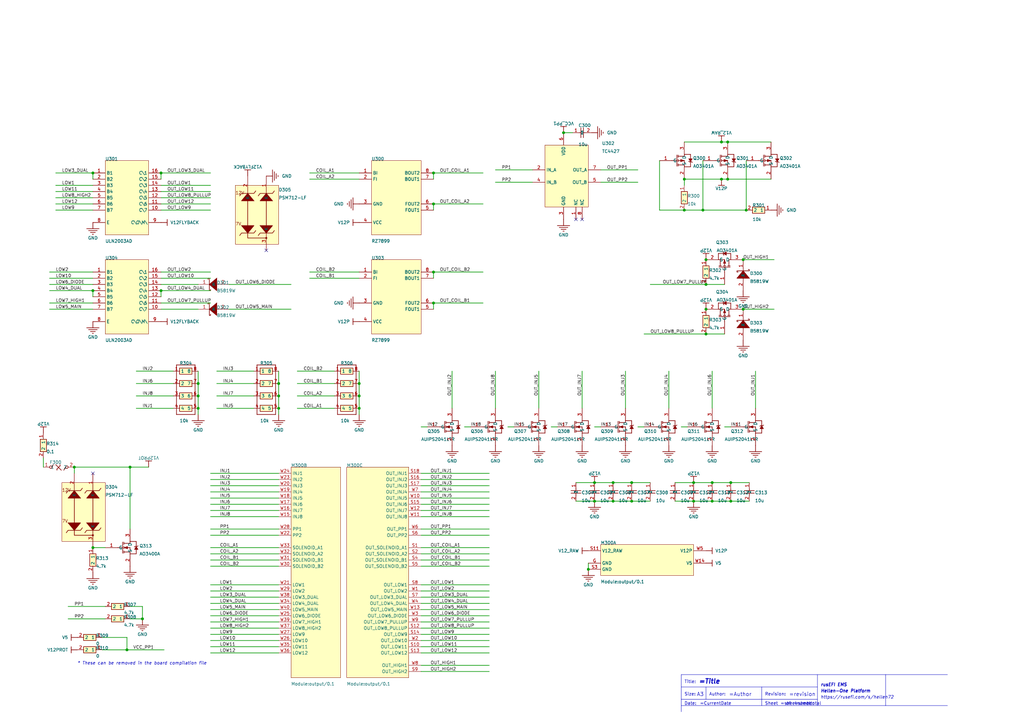
<source format=kicad_sch>
(kicad_sch (version 20210406) (generator eeschema)
  (paper "A3")
  (title_block (title "Hellen-One Output") (rev "0.1"))
  (junction (at 30.48 191.5922) (diameter 1.016))
  (junction (at 38.1 70.9422) (diameter 1.016))
  (junction (at 38.1 119.2022) (diameter 1.016))
  (junction (at 38.1 224.6122) (diameter 1.016))
  (junction (at 52.07 266.5222) (diameter 1.016))
  (junction (at 53.34 191.5922) (diameter 1.016))
  (junction (at 58.42 253.8222) (diameter 1.016))
  (junction (at 66.04 70.9422) (diameter 1.016))
  (junction (at 66.04 119.2022) (diameter 1.016))
  (junction (at 81.28 157.3022) (diameter 1.016))
  (junction (at 81.28 162.3822) (diameter 1.016))
  (junction (at 81.28 167.4622) (diameter 1.016))
  (junction (at 114.3 157.3022) (diameter 1.016))
  (junction (at 114.3 162.3822) (diameter 1.016))
  (junction (at 114.3 167.4622) (diameter 1.016))
  (junction (at 147.32 157.3022) (diameter 1.016))
  (junction (at 147.32 162.3822) (diameter 1.016))
  (junction (at 147.32 167.4622) (diameter 1.016))
  (junction (at 177.8 70.9422) (diameter 1.016))
  (junction (at 177.8 83.6422) (diameter 1.016))
  (junction (at 177.8 111.5822) (diameter 1.016))
  (junction (at 177.8 124.2822) (diameter 1.016))
  (junction (at 231.14 54.4322) (diameter 1.016))
  (junction (at 241.3 233.5022) (diameter 1.016))
  (junction (at 243.84 197.9422) (diameter 1.016))
  (junction (at 243.84 205.5622) (diameter 1.016))
  (junction (at 251.46 197.9422) (diameter 1.016))
  (junction (at 251.46 205.5622) (diameter 1.016))
  (junction (at 259.08 197.9422) (diameter 1.016))
  (junction (at 259.08 205.5622) (diameter 1.016))
  (junction (at 280.67 73.4822) (diameter 1.016))
  (junction (at 280.67 86.1822) (diameter 1.016))
  (junction (at 284.48 197.9422) (diameter 1.016))
  (junction (at 284.48 205.5622) (diameter 1.016))
  (junction (at 288.29 86.1822) (diameter 1.016))
  (junction (at 289.56 106.5022) (diameter 1.016))
  (junction (at 289.56 116.6622) (diameter 1.016))
  (junction (at 289.56 126.8222) (diameter 1.016))
  (junction (at 289.56 136.9822) (diameter 1.016))
  (junction (at 292.1 197.9422) (diameter 1.016))
  (junction (at 292.1 205.5622) (diameter 1.016))
  (junction (at 295.91 58.2422) (diameter 1.016))
  (junction (at 295.91 73.4822) (diameter 1.016))
  (junction (at 298.45 58.2422) (diameter 1.016))
  (junction (at 298.45 73.4822) (diameter 1.016))
  (junction (at 299.72 197.9422) (diameter 1.016))
  (junction (at 299.72 205.5622) (diameter 1.016))
  (junction (at 304.8 106.5022) (diameter 1.016))
  (junction (at 304.8 126.8222) (diameter 1.016))
  (junction (at 306.07 86.1822) (diameter 1.016))
  (no_connect (at 38.1 194.1322))
  (no_connect (at 109.22 102.6922))
  (no_connect (at 236.22 89.9922))
  (no_connect (at 238.76 89.9922))
  (wire (pts (xy 17.78 187.7822) (xy 17.78 191.5922)) (stroke (width 0.254)))
  (wire (pts (xy 20.32 119.2022) (xy 38.1 119.2022)) (stroke (width 0.254)))
  (wire (pts (xy 22.86 70.9422) (xy 38.1 70.9422)) (stroke (width 0.254)))
  (wire (pts (xy 30.48 191.5922) (xy 53.34 191.5922)) (stroke (width 0.254)))
  (wire (pts (xy 30.48 194.1322) (xy 30.48 191.5922)) (stroke (width 0.254)))
  (wire (pts (xy 38.1 70.9422) (xy 38.1 73.4822)) (stroke (width 0.254)))
  (wire (pts (xy 38.1 76.0222) (xy 22.86 76.0222)) (stroke (width 0.254)))
  (wire (pts (xy 38.1 78.5622) (xy 22.86 78.5622)) (stroke (width 0.254)))
  (wire (pts (xy 38.1 81.1022) (xy 22.86 81.1022)) (stroke (width 0.254)))
  (wire (pts (xy 38.1 83.6422) (xy 22.86 83.6422)) (stroke (width 0.254)))
  (wire (pts (xy 38.1 86.1822) (xy 22.86 86.1822)) (stroke (width 0.254)))
  (wire (pts (xy 38.1 111.5822) (xy 20.32 111.5822)) (stroke (width 0.254)))
  (wire (pts (xy 38.1 114.1222) (xy 20.32 114.1222)) (stroke (width 0.254)))
  (wire (pts (xy 38.1 116.6622) (xy 20.32 116.6622)) (stroke (width 0.254)))
  (wire (pts (xy 38.1 119.2022) (xy 38.1 121.7422)) (stroke (width 0.254)))
  (wire (pts (xy 38.1 124.2822) (xy 20.32 124.2822)) (stroke (width 0.254)))
  (wire (pts (xy 38.1 126.8222) (xy 20.32 126.8222)) (stroke (width 0.254)))
  (wire (pts (xy 38.1 224.6122) (xy 43.18 224.6122)) (stroke (width 0.254)))
  (wire (pts (xy 41.91 261.4422) (xy 52.07 261.4422)) (stroke (width 0.254)))
  (wire (pts (xy 41.91 266.5222) (xy 52.07 266.5222)) (stroke (width 0.254)))
  (wire (pts (xy 43.18 248.7422) (xy 27.94 248.7422)) (stroke (width 0.254)))
  (wire (pts (xy 43.18 253.8222) (xy 27.94 253.8222)) (stroke (width 0.254)))
  (wire (pts (xy 52.07 261.4422) (xy 52.07 266.5222)) (stroke (width 0.254)))
  (wire (pts (xy 52.07 266.5222) (xy 67.31 266.5222)) (stroke (width 0.254)))
  (wire (pts (xy 53.34 191.5922) (xy 60.96 191.5922)) (stroke (width 0.254)))
  (wire (pts (xy 53.34 216.9922) (xy 53.34 191.5922)) (stroke (width 0.254)))
  (wire (pts (xy 53.34 248.7422) (xy 58.42 248.7422)) (stroke (width 0.254)))
  (wire (pts (xy 58.42 248.7422) (xy 58.42 253.8222)) (stroke (width 0.254)))
  (wire (pts (xy 58.42 253.8222) (xy 53.34 253.8222)) (stroke (width 0.254)))
  (wire (pts (xy 66.04 70.9422) (xy 86.36 70.9422)) (stroke (width 0.254)))
  (wire (pts (xy 66.04 73.4822) (xy 66.04 70.9422)) (stroke (width 0.254)))
  (wire (pts (xy 66.04 76.0222) (xy 86.36 76.0222)) (stroke (width 0.254)))
  (wire (pts (xy 66.04 78.5622) (xy 86.36 78.5622)) (stroke (width 0.254)))
  (wire (pts (xy 66.04 81.1022) (xy 86.36 81.1022)) (stroke (width 0.254)))
  (wire (pts (xy 66.04 111.5822) (xy 86.36 111.5822)) (stroke (width 0.254)))
  (wire (pts (xy 66.04 114.1222) (xy 86.36 114.1222)) (stroke (width 0.254)))
  (wire (pts (xy 66.04 116.6622) (xy 81.28 116.6622)) (stroke (width 0.254)))
  (wire (pts (xy 66.04 119.2022) (xy 86.36 119.2022)) (stroke (width 0.254)))
  (wire (pts (xy 66.04 121.7422) (xy 66.04 119.2022)) (stroke (width 0.254)))
  (wire (pts (xy 66.04 124.2822) (xy 86.36 124.2822)) (stroke (width 0.254)))
  (wire (pts (xy 66.04 126.8222) (xy 81.28 126.8222)) (stroke (width 0.254)))
  (wire (pts (xy 71.12 152.2222) (xy 55.88 152.2222)) (stroke (width 0.254)))
  (wire (pts (xy 71.12 157.3022) (xy 55.88 157.3022)) (stroke (width 0.254)))
  (wire (pts (xy 71.12 162.3822) (xy 55.88 162.3822)) (stroke (width 0.254)))
  (wire (pts (xy 71.12 167.4622) (xy 55.88 167.4622)) (stroke (width 0.254)))
  (wire (pts (xy 81.28 152.2222) (xy 81.28 157.3022)) (stroke (width 0.254)))
  (wire (pts (xy 81.28 157.3022) (xy 81.28 162.3822)) (stroke (width 0.254)))
  (wire (pts (xy 81.28 162.3822) (xy 81.28 167.4622)) (stroke (width 0.254)))
  (wire (pts (xy 81.28 167.4622) (xy 81.28 170.0022)) (stroke (width 0.254)))
  (wire (pts (xy 86.36 83.6422) (xy 66.04 83.6422)) (stroke (width 0.254)))
  (wire (pts (xy 86.36 86.1822) (xy 66.04 86.1822)) (stroke (width 0.254)))
  (wire (pts (xy 93.98 116.6622) (xy 119.38 116.6622)) (stroke (width 0.254)))
  (wire (pts (xy 93.98 126.8222) (xy 119.38 126.8222)) (stroke (width 0.254)))
  (wire (pts (xy 104.14 152.2222) (xy 88.9 152.2222)) (stroke (width 0.254)))
  (wire (pts (xy 104.14 157.3022) (xy 88.9 157.3022)) (stroke (width 0.254)))
  (wire (pts (xy 104.14 162.3822) (xy 88.9 162.3822)) (stroke (width 0.254)))
  (wire (pts (xy 104.14 167.4622) (xy 88.9 167.4622)) (stroke (width 0.254)))
  (wire (pts (xy 114.3 152.2222) (xy 114.3 157.3022)) (stroke (width 0.254)))
  (wire (pts (xy 114.3 157.3022) (xy 114.3 162.3822)) (stroke (width 0.254)))
  (wire (pts (xy 114.3 162.3822) (xy 114.3 167.4622)) (stroke (width 0.254)))
  (wire (pts (xy 114.3 167.4622) (xy 114.3 170.0022)) (stroke (width 0.254)))
  (wire (pts (xy 114.3 194.1322) (xy 86.36 194.1322)) (stroke (width 0.254)))
  (wire (pts (xy 114.3 196.6722) (xy 86.36 196.6722)) (stroke (width 0.254)))
  (wire (pts (xy 114.3 199.2122) (xy 86.36 199.2122)) (stroke (width 0.254)))
  (wire (pts (xy 114.3 201.7522) (xy 86.36 201.7522)) (stroke (width 0.254)))
  (wire (pts (xy 114.3 204.2922) (xy 86.36 204.2922)) (stroke (width 0.254)))
  (wire (pts (xy 114.3 206.8322) (xy 86.36 206.8322)) (stroke (width 0.254)))
  (wire (pts (xy 114.3 209.3722) (xy 86.36 209.3722)) (stroke (width 0.254)))
  (wire (pts (xy 114.3 211.9122) (xy 86.36 211.9122)) (stroke (width 0.254)))
  (wire (pts (xy 114.3 216.9922) (xy 86.36 216.9922)) (stroke (width 0.254)))
  (wire (pts (xy 114.3 219.5322) (xy 86.36 219.5322)) (stroke (width 0.254)))
  (wire (pts (xy 114.3 224.6122) (xy 86.36 224.6122)) (stroke (width 0.254)))
  (wire (pts (xy 114.3 227.1522) (xy 86.36 227.1522)) (stroke (width 0.254)))
  (wire (pts (xy 114.3 229.6922) (xy 86.36 229.6922)) (stroke (width 0.254)))
  (wire (pts (xy 114.3 232.2322) (xy 86.36 232.2322)) (stroke (width 0.254)))
  (wire (pts (xy 114.3 239.8522) (xy 86.36 239.8522)) (stroke (width 0.254)))
  (wire (pts (xy 114.3 242.3922) (xy 86.36 242.3922)) (stroke (width 0.254)))
  (wire (pts (xy 114.3 244.9322) (xy 86.36 244.9322)) (stroke (width 0.254)))
  (wire (pts (xy 114.3 247.4722) (xy 86.36 247.4722)) (stroke (width 0.254)))
  (wire (pts (xy 114.3 250.0122) (xy 86.36 250.0122)) (stroke (width 0.254)))
  (wire (pts (xy 114.3 252.5522) (xy 86.36 252.5522)) (stroke (width 0.254)))
  (wire (pts (xy 114.3 255.0922) (xy 86.36 255.0922)) (stroke (width 0.254)))
  (wire (pts (xy 114.3 257.6322) (xy 86.36 257.6322)) (stroke (width 0.254)))
  (wire (pts (xy 114.3 260.1722) (xy 86.36 260.1722)) (stroke (width 0.254)))
  (wire (pts (xy 114.3 262.7122) (xy 86.36 262.7122)) (stroke (width 0.254)))
  (wire (pts (xy 114.3 265.2522) (xy 86.36 265.2522)) (stroke (width 0.254)))
  (wire (pts (xy 114.3 267.7922) (xy 86.36 267.7922)) (stroke (width 0.254)))
  (wire (pts (xy 127 70.9422) (xy 147.32 70.9422)) (stroke (width 0.254)))
  (wire (pts (xy 127 73.4822) (xy 147.32 73.4822)) (stroke (width 0.254)))
  (wire (pts (xy 127 111.5822) (xy 147.32 111.5822)) (stroke (width 0.254)))
  (wire (pts (xy 127 114.1222) (xy 147.32 114.1222)) (stroke (width 0.254)))
  (wire (pts (xy 137.16 152.2222) (xy 121.92 152.2222)) (stroke (width 0.254)))
  (wire (pts (xy 137.16 157.3022) (xy 121.92 157.3022)) (stroke (width 0.254)))
  (wire (pts (xy 137.16 162.3822) (xy 121.92 162.3822)) (stroke (width 0.254)))
  (wire (pts (xy 137.16 167.4622) (xy 121.92 167.4622)) (stroke (width 0.254)))
  (wire (pts (xy 147.32 152.2222) (xy 147.32 157.3022)) (stroke (width 0.254)))
  (wire (pts (xy 147.32 157.3022) (xy 147.32 162.3822)) (stroke (width 0.254)))
  (wire (pts (xy 147.32 162.3822) (xy 147.32 167.4622)) (stroke (width 0.254)))
  (wire (pts (xy 147.32 167.4622) (xy 147.32 170.0022)) (stroke (width 0.254)))
  (wire (pts (xy 175.26 175.0822) (xy 172.72 175.0822)) (stroke (width 0.254)))
  (wire (pts (xy 177.8 70.9422) (xy 198.12 70.9422)) (stroke (width 0.254)))
  (wire (pts (xy 177.8 73.4822) (xy 177.8 70.9422)) (stroke (width 0.254)))
  (wire (pts (xy 177.8 83.6422) (xy 198.12 83.6422)) (stroke (width 0.254)))
  (wire (pts (xy 177.8 86.1822) (xy 177.8 83.6422)) (stroke (width 0.254)))
  (wire (pts (xy 177.8 111.5822) (xy 198.12 111.5822)) (stroke (width 0.254)))
  (wire (pts (xy 177.8 114.1222) (xy 177.8 111.5822)) (stroke (width 0.254)))
  (wire (pts (xy 177.8 124.2822) (xy 198.12 124.2822)) (stroke (width 0.254)))
  (wire (pts (xy 177.8 126.8222) (xy 177.8 124.2822)) (stroke (width 0.254)))
  (wire (pts (xy 185.42 167.4622) (xy 185.42 152.2222)) (stroke (width 0.254)))
  (wire (pts (xy 193.04 175.0822) (xy 190.5 175.0822)) (stroke (width 0.254)))
  (wire (pts (xy 200.66 194.1322) (xy 172.72 194.1322)) (stroke (width 0.254)))
  (wire (pts (xy 200.66 196.6722) (xy 172.72 196.6722)) (stroke (width 0.254)))
  (wire (pts (xy 200.66 199.2122) (xy 172.72 199.2122)) (stroke (width 0.254)))
  (wire (pts (xy 200.66 201.7522) (xy 172.72 201.7522)) (stroke (width 0.254)))
  (wire (pts (xy 200.66 204.2922) (xy 172.72 204.2922)) (stroke (width 0.254)))
  (wire (pts (xy 200.66 206.8322) (xy 172.72 206.8322)) (stroke (width 0.254)))
  (wire (pts (xy 200.66 209.3722) (xy 172.72 209.3722)) (stroke (width 0.254)))
  (wire (pts (xy 200.66 211.9122) (xy 172.72 211.9122)) (stroke (width 0.254)))
  (wire (pts (xy 200.66 216.9922) (xy 172.72 216.9922)) (stroke (width 0.254)))
  (wire (pts (xy 200.66 219.5322) (xy 172.72 219.5322)) (stroke (width 0.254)))
  (wire (pts (xy 200.66 224.6122) (xy 172.72 224.6122)) (stroke (width 0.254)))
  (wire (pts (xy 200.66 227.1522) (xy 172.72 227.1522)) (stroke (width 0.254)))
  (wire (pts (xy 200.66 229.6922) (xy 172.72 229.6922)) (stroke (width 0.254)))
  (wire (pts (xy 200.66 232.2322) (xy 172.72 232.2322)) (stroke (width 0.254)))
  (wire (pts (xy 200.66 239.8522) (xy 172.72 239.8522)) (stroke (width 0.254)))
  (wire (pts (xy 200.66 242.3922) (xy 172.72 242.3922)) (stroke (width 0.254)))
  (wire (pts (xy 200.66 244.9322) (xy 172.72 244.9322)) (stroke (width 0.254)))
  (wire (pts (xy 200.66 247.4722) (xy 172.72 247.4722)) (stroke (width 0.254)))
  (wire (pts (xy 200.66 250.0122) (xy 172.72 250.0122)) (stroke (width 0.254)))
  (wire (pts (xy 200.66 252.5522) (xy 172.72 252.5522)) (stroke (width 0.254)))
  (wire (pts (xy 200.66 255.0922) (xy 172.72 255.0922)) (stroke (width 0.254)))
  (wire (pts (xy 200.66 257.6322) (xy 172.72 257.6322)) (stroke (width 0.254)))
  (wire (pts (xy 200.66 260.1722) (xy 172.72 260.1722)) (stroke (width 0.254)))
  (wire (pts (xy 200.66 262.7122) (xy 172.72 262.7122)) (stroke (width 0.254)))
  (wire (pts (xy 200.66 265.2522) (xy 172.72 265.2522)) (stroke (width 0.254)))
  (wire (pts (xy 200.66 267.7922) (xy 172.72 267.7922)) (stroke (width 0.254)))
  (wire (pts (xy 200.66 272.8722) (xy 172.72 272.8722)) (stroke (width 0.254)))
  (wire (pts (xy 200.66 275.4122) (xy 172.72 275.4122)) (stroke (width 0.254)))
  (wire (pts (xy 203.2 69.6722) (xy 218.44 69.6722)) (stroke (width 0.254)))
  (wire (pts (xy 203.2 74.7522) (xy 218.44 74.7522)) (stroke (width 0.254)))
  (wire (pts (xy 203.2 167.4622) (xy 203.2 152.2222)) (stroke (width 0.254)))
  (wire (pts (xy 210.82 175.0822) (xy 208.28 175.0822)) (stroke (width 0.254)))
  (wire (pts (xy 220.98 167.4622) (xy 220.98 152.2222)) (stroke (width 0.254)))
  (wire (pts (xy 228.6 175.0822) (xy 226.06 175.0822)) (stroke (width 0.254)))
  (wire (pts (xy 231.14 54.4322) (xy 234.95 54.4322)) (stroke (width 0.254)))
  (wire (pts (xy 236.22 197.9422) (xy 243.84 197.9422)) (stroke (width 0.254)))
  (wire (pts (xy 236.22 205.5622) (xy 243.84 205.5622)) (stroke (width 0.254)))
  (wire (pts (xy 238.76 167.4622) (xy 238.76 152.2222)) (stroke (width 0.254)))
  (wire (pts (xy 241.3 230.9622) (xy 241.3 233.5022)) (stroke (width 0.254)))
  (wire (pts (xy 243.84 197.9422) (xy 251.46 197.9422)) (stroke (width 0.254)))
  (wire (pts (xy 243.84 205.5622) (xy 251.46 205.5622)) (stroke (width 0.254)))
  (wire (pts (xy 246.38 69.6722) (xy 261.62 69.6722)) (stroke (width 0.254)))
  (wire (pts (xy 246.38 74.7522) (xy 261.62 74.7522)) (stroke (width 0.254)))
  (wire (pts (xy 246.38 175.0822) (xy 243.84 175.0822)) (stroke (width 0.254)))
  (wire (pts (xy 251.46 197.9422) (xy 259.08 197.9422)) (stroke (width 0.254)))
  (wire (pts (xy 251.46 205.5622) (xy 259.08 205.5622)) (stroke (width 0.254)))
  (wire (pts (xy 256.54 167.4622) (xy 256.54 152.2222)) (stroke (width 0.254)))
  (wire (pts (xy 259.08 197.9422) (xy 266.7 197.9422)) (stroke (width 0.254)))
  (wire (pts (xy 259.08 205.5622) (xy 266.7 205.5622)) (stroke (width 0.254)))
  (wire (pts (xy 264.16 136.9822) (xy 289.56 136.9822)) (stroke (width 0.254)))
  (wire (pts (xy 264.16 175.0822) (xy 261.62 175.0822)) (stroke (width 0.254)))
  (wire (pts (xy 266.7 116.6622) (xy 289.56 116.6622)) (stroke (width 0.254)))
  (wire (pts (xy 270.51 86.1822) (xy 270.51 65.8622)) (stroke (width 0.254)))
  (wire (pts (xy 274.32 167.4622) (xy 274.32 152.2222)) (stroke (width 0.254)))
  (wire (pts (xy 276.86 197.9422) (xy 284.48 197.9422)) (stroke (width 0.254)))
  (wire (pts (xy 276.86 205.5622) (xy 284.48 205.5622)) (stroke (width 0.254)))
  (wire (pts (xy 280.67 73.4822) (xy 280.67 76.0222)) (stroke (width 0.254)))
  (wire (pts (xy 280.67 86.1822) (xy 270.51 86.1822)) (stroke (width 0.254)))
  (wire (pts (xy 281.94 175.0822) (xy 279.4 175.0822)) (stroke (width 0.254)))
  (wire (pts (xy 284.48 197.9422) (xy 292.1 197.9422)) (stroke (width 0.254)))
  (wire (pts (xy 284.48 205.5622) (xy 292.1 205.5622)) (stroke (width 0.254)))
  (wire (pts (xy 288.29 65.8622) (xy 288.29 86.1822)) (stroke (width 0.254)))
  (wire (pts (xy 288.29 86.1822) (xy 280.67 86.1822)) (stroke (width 0.254)))
  (wire (pts (xy 289.56 116.6622) (xy 297.18 116.6622)) (stroke (width 0.254)))
  (wire (pts (xy 289.56 136.9822) (xy 297.18 136.9822)) (stroke (width 0.254)))
  (wire (pts (xy 292.1 167.4622) (xy 292.1 152.2222)) (stroke (width 0.254)))
  (wire (pts (xy 292.1 197.9422) (xy 299.72 197.9422)) (stroke (width 0.254)))
  (wire (pts (xy 292.1 205.5622) (xy 299.72 205.5622)) (stroke (width 0.254)))
  (wire (pts (xy 295.91 58.2422) (xy 280.67 58.2422)) (stroke (width 0.254)))
  (wire (pts (xy 295.91 73.4822) (xy 280.67 73.4822)) (stroke (width 0.254)))
  (wire (pts (xy 298.45 58.2422) (xy 295.91 58.2422)) (stroke (width 0.254)))
  (wire (pts (xy 298.45 73.4822) (xy 295.91 73.4822)) (stroke (width 0.254)))
  (wire (pts (xy 299.72 175.0822) (xy 297.18 175.0822)) (stroke (width 0.254)))
  (wire (pts (xy 299.72 197.9422) (xy 307.34 197.9422)) (stroke (width 0.254)))
  (wire (pts (xy 299.72 205.5622) (xy 307.34 205.5622)) (stroke (width 0.254)))
  (wire (pts (xy 304.8 106.5022) (xy 317.5 106.5022)) (stroke (width 0.254)))
  (wire (pts (xy 304.8 126.8222) (xy 317.5 126.8222)) (stroke (width 0.254)))
  (wire (pts (xy 306.07 86.1822) (xy 288.29 86.1822)) (stroke (width 0.254)))
  (wire (pts (xy 306.07 86.1822) (xy 306.07 65.8622)) (stroke (width 0.254)))
  (wire (pts (xy 309.88 167.4622) (xy 309.88 152.2222)) (stroke (width 0.254)))
  (wire (pts (xy 316.23 58.2422) (xy 298.45 58.2422)) (stroke (width 0.254)))
  (wire (pts (xy 316.23 73.4822) (xy 298.45 73.4822)) (stroke (width 0.254)))
  (polyline (pts (xy 279.4 276.6822) (xy 279.4 291.9222)) (stroke (width 0) (type solid)))
  (polyline (pts (xy 279.4 281.7622) (xy 335.28 281.7622)) (stroke (width 0) (type solid)))
  (polyline (pts (xy 279.4 286.8422) (xy 335.28 286.8422)) (stroke (width 0) (type solid)))
  (polyline (pts (xy 289.56 281.7622) (xy 289.56 286.8422)) (stroke (width 0) (type solid)))
  (polyline (pts (xy 312.42 281.7622) (xy 312.42 289.3822)) (stroke (width 0) (type solid)))
  (polyline (pts (xy 335.28 276.6822) (xy 335.28 289.3822)) (stroke (width 0) (type solid)))
  (polyline (pts (xy 363.22 276.6822) (xy 279.4 276.6822)) (stroke (width 0) (type solid)))
  (polyline (pts (xy 363.22 276.6822) (xy 363.22 289.3822)) (stroke (width 0) (type solid)))
  (polyline (pts (xy 363.22 289.3822) (xy 279.4 289.3822)) (stroke (width 0) (type solid)))
  (polyline (pts (xy 363.22 289.3822) (xy 388.62 289.3822)) (stroke (width 0) (type solid)))
  (polyline (pts (xy 388.62 276.6822) (xy 363.22 276.6822)) (stroke (width 0) (type solid)))
  (text "* These can be removed in the board compilation file" (at 31.75 272.8722 0) (effects (font (size 1.27 1.27) italic) (justify left bottom)))
  (text "Title:" (at 280.67 280.4922 180) (effects (font (size 1.27 1.27)) (justify left bottom)))
  (text "Size:" (at 280.67 285.5722 180) (effects (font (size 1.27 1.27)) (justify left bottom)))
  (text "Date:" (at 280.67 289.3822 180) (effects (font (size 1.27 1.27)) (justify left bottom)))
  (text "A3" (at 285.75 285.8262 180) (effects (font (size 1.524 1.524)) (justify left bottom)))
  (text "=Title" (at 286.512 280.7462 180) (effects (font (size 1.905 1.905) bold italic) (justify left bottom)))
  (text "=CurrentDate" (at 287.02 289.3822 180) (effects (font (size 1.27 1.27)) (justify left bottom)))
  (text "Author:" (at 290.83 285.5722 180) (effects (font (size 1.27 1.27)) (justify left bottom)))
  (text "=Author" (at 298.958 285.8262 180) (effects (font (size 1.524 1.524)) (justify left bottom)))
  (text "Revision:" (at 313.69 285.5722 180) (effects (font (size 1.27 1.27)) (justify left bottom)))
  (text "Sheet" (at 313.69 289.3822 180) (effects (font (size 1.27 1.27)) (justify left bottom)))
  (text "=sheetnumber" (at 320.04 289.3822 180) (effects (font (size 1.27 1.27)) (justify left bottom)))
  (text "of" (at 322.326 289.3822 180) (effects (font (size 1.27 1.27)) (justify left bottom)))
  (text "=revision" (at 323.596 285.8262 180) (effects (font (size 1.524 1.524)) (justify left bottom)))
  (text "=sheettotal" (at 325.628 289.3822 180) (effects (font (size 1.27 1.27)) (justify left bottom)))
  (text "rusEFI EMS" (at 336.55 281.7622 180) (effects (font (size 1.27 1.27) bold italic) (justify left bottom)))
  (text "Hellen-One Platform" (at 336.55 284.3022 180) (effects (font (size 1.27 1.27) bold italic) (justify left bottom)))
  (text "https://rusefi.com/s/hellen72" (at 336.55 286.8422 180) (effects (font (size 1.27 1.27) italic) (justify left bottom)))
  (label "LOW2" (at 22.86 111.5822 0))
  (label "LOW10" (at 22.86 114.1222 0))
  (label "LOW6_DIODE" (at 22.86 116.6622 0))
  (label "LOW4_DUAL" (at 22.86 119.2022 0))
  (label "LOW7_HIGH1" (at 22.86 124.2822 0))
  (label "LOW5_MAIN" (at 22.86 126.8222 0))
  (label "LOW3_DUAL" (at 25.4 70.9422 0))
  (label "LOW1" (at 25.4 76.0222 0))
  (label "LOW11" (at 25.4 78.5622 0))
  (label "LOW8_HIGH2" (at 25.4 81.1022 0))
  (label "LOW12" (at 25.4 83.6422 0))
  (label "LOW9" (at 25.4 86.1822 0))
  (label "PP1" (at 30.48 248.7422 0))
  (label "PP2" (at 30.48 253.8222 0))
  (label "VCC_PP1" (at 54.61 266.5222 0))
  (label "INJ2" (at 58.42 152.2222 0))
  (label "INJ6" (at 58.42 157.3022 0))
  (label "INJ8" (at 58.42 162.3822 0))
  (label "INJ1" (at 58.42 167.4622 0))
  (label "OUT_LOW3_DUAL" (at 68.58 70.9422 0))
  (label "OUT_LOW1" (at 68.58 76.0222 0))
  (label "OUT_LOW11" (at 68.58 78.5622 0))
  (label "OUT_LOW8_PULLUP" (at 68.58 81.1022 0))
  (label "OUT_LOW12" (at 68.58 83.6422 0))
  (label "OUT_LOW9" (at 68.58 86.1822 0))
  (label "OUT_LOW2" (at 68.58 111.5822 0))
  (label "OUT_LOW10" (at 68.58 114.1222 0))
  (label "OUT_LOW4_DUAL" (at 68.58 119.2022 0))
  (label "OUT_LOW7_PULLUP" (at 68.58 124.2822 0))
  (label "INJ1" (at 90.17 194.1322 0))
  (label "INJ2" (at 90.17 196.6722 0))
  (label "INJ3" (at 90.17 199.2122 0))
  (label "INJ4" (at 90.17 201.7522 0))
  (label "INJ5" (at 90.17 204.2922 0))
  (label "INJ6" (at 90.17 206.8322 0))
  (label "INJ7" (at 90.17 209.3722 0))
  (label "INJ8" (at 90.17 211.9122 0))
  (label "PP1" (at 90.17 216.9922 0))
  (label "PP2" (at 90.17 219.5322 0))
  (label "COIL_A1" (at 90.17 224.6122 0))
  (label "COIL_A2" (at 90.17 227.1522 0))
  (label "COIL_B1" (at 90.17 229.6922 0))
  (label "COIL_B2" (at 90.17 232.2322 0))
  (label "LOW1" (at 90.17 239.8522 0))
  (label "LOW2" (at 90.17 242.3922 0))
  (label "LOW3_DUAL" (at 90.17 244.9322 0))
  (label "LOW4_DUAL" (at 90.17 247.4722 0))
  (label "LOW5_MAIN" (at 90.17 250.0122 0))
  (label "LOW6_DIODE" (at 90.17 252.5522 0))
  (label "LOW7_HIGH1" (at 90.17 255.0922 0))
  (label "LOW8_HIGH2" (at 90.17 257.6322 0))
  (label "LOW9" (at 90.17 260.1722 0))
  (label "LOW10" (at 90.17 262.7122 0))
  (label "LOW11" (at 90.17 265.2522 0))
  (label "LOW12" (at 90.17 267.7922 0))
  (label "INJ3" (at 91.44 152.2222 0))
  (label "INJ4" (at 91.44 157.3022 0))
  (label "INJ7" (at 91.44 162.3822 0))
  (label "INJ5" (at 91.44 167.4622 0))
  (label "OUT_LOW6_DIODE" (at 96.52 116.6622 0))
  (label "OUT_LOW5_MAIN" (at 96.52 126.8222 0))
  (label "COIL_B2" (at 124.46 152.2222 0))
  (label "COIL_B1" (at 124.46 157.3022 0))
  (label "COIL_A2" (at 124.46 162.3822 0))
  (label "COIL_A1" (at 124.46 167.4622 0))
  (label "COIL_A1" (at 129.54 70.9422 0))
  (label "COIL_A2" (at 129.54 73.4822 0))
  (label "COIL_B2" (at 129.54 111.5822 0))
  (label "COIL_B1" (at 129.54 114.1222 0))
  (label "INJ2" (at 175.26 175.0822 0))
  (label "OUT_INJ1" (at 176.53 194.1322 0))
  (label "OUT_INJ2" (at 176.53 196.6722 0))
  (label "OUT_INJ3" (at 176.53 199.2122 0))
  (label "OUT_INJ4" (at 176.53 201.7522 0))
  (label "OUT_INJ5" (at 176.53 204.2922 0))
  (label "OUT_INJ6" (at 176.53 206.8322 0))
  (label "OUT_INJ7" (at 176.53 209.3722 0))
  (label "OUT_INJ8" (at 176.53 211.9122 0))
  (label "OUT_PP1" (at 176.53 216.9922 0))
  (label "OUT_PP2" (at 176.53 219.5322 0))
  (label "OUT_COIL_A1" (at 176.53 224.6122 0))
  (label "OUT_COIL_A2" (at 176.53 227.1522 0))
  (label "OUT_COIL_B1" (at 176.53 229.6922 0))
  (label "OUT_COIL_B2" (at 176.53 232.2322 0))
  (label "OUT_LOW1" (at 176.53 239.8522 0))
  (label "OUT_LOW2" (at 176.53 242.3922 0))
  (label "OUT_LOW3_DUAL" (at 176.53 244.9322 0))
  (label "OUT_LOW4_DUAL" (at 176.53 247.4722 0))
  (label "OUT_LOW5_MAIN" (at 176.53 250.0122 0))
  (label "OUT_LOW6_DIODE" (at 176.53 252.5522 0))
  (label "OUT_LOW7_PULLUP" (at 176.53 255.0922 0))
  (label "OUT_LOW8_PULLUP" (at 176.53 257.6322 0))
  (label "OUT_LOW9" (at 176.53 260.1722 0))
  (label "OUT_LOW10" (at 176.53 262.7122 0))
  (label "OUT_LOW11" (at 176.53 265.2522 0))
  (label "OUT_LOW12" (at 176.53 267.7922 0))
  (label "OUT_HIGH1" (at 176.53 272.8722 0))
  (label "OUT_HIGH2" (at 176.53 275.4122 0))
  (label "OUT_COIL_A1" (at 180.34 70.9422 0))
  (label "OUT_COIL_A2" (at 180.34 83.6422 0))
  (label "OUT_COIL_B2" (at 180.34 111.5822 0))
  (label "OUT_COIL_B1" (at 180.34 124.2822 0))
  (label "OUT_INJ2" (at 185.42 162.3822 90))
  (label "INJ8" (at 193.04 175.0822 0))
  (label "OUT_INJ8" (at 203.2 162.3822 90))
  (label "PP1" (at 205.74 69.6722 0))
  (label "PP2" (at 205.74 74.7522 0))
  (label "INJ5" (at 210.82 175.0822 0))
  (label "OUT_INJ5" (at 220.98 162.3822 90))
  (label "INJ7" (at 228.6 175.0822 0))
  (label "OUT_INJ7" (at 238.76 162.3822 90))
  (label "INJ3" (at 246.38 175.0822 0))
  (label "OUT_PP1" (at 248.92 69.6722 0))
  (label "OUT_PP2" (at 248.92 74.7522 0))
  (label "OUT_INJ3" (at 256.54 162.3822 90))
  (label "INJ4" (at 264.16 175.0822 0))
  (label "OUT_LOW8_PULLUP" (at 266.7 136.9822 0))
  (label "OUT_LOW7_PULLUP" (at 271.78 116.6622 0))
  (label "OUT_INJ4" (at 274.32 162.3822 90))
  (label "INJ6" (at 281.94 175.0822 0))
  (label "OUT_INJ6" (at 292.1 162.3822 90))
  (label "INJ1" (at 299.72 175.0822 0))
  (label "OUT_HIGH1" (at 304.8 106.5022 0))
  (label "OUT_HIGH2" (at 304.8 126.8222 0))
  (label "OUT_INJ1" (at 309.88 162.3822 90))
  (symbol (lib_id "hellen1-output-altium-import:V12P") (at 17.78 177.6222 180) (unit 1)
    (property "Reference" "#PWR?" (effects hide))
    (property "Value" "V12P" (at 17.78 173.8122 -180))
  )
  (symbol (lib_id "hellen1-output-altium-import:V5") (at 31.75 261.4422 270) (unit 1)
    (property "Reference" "#PWR?" (effects hide))
    (property "Value" "V5" (at 27.94 261.4422 -270) (effects (justify right)))
  )
  (symbol (lib_id "hellen1-output-altium-import:V12PROT") (at 31.75 266.5222 270) (unit 1)
    (property "Reference" "#PWR?" (effects hide))
    (property "Value" "V12PROT" (at 27.94 266.5222 -270) (effects (justify right)))
  )
  (symbol (lib_id "hellen1-output-altium-import:V12PROT") (at 60.96 191.5922 180) (unit 1)
    (property "Reference" "#PWR?" (effects hide))
    (property "Value" "V12PROT" (at 60.96 187.7822 -180))
  )
  (symbol (lib_id "hellen1-output-altium-import:V12FLYBACK") (at 66.04 91.2622 90) (unit 1)
    (property "Reference" "#PWR?" (effects hide))
    (property "Value" "V12FLYBACK" (at 69.85 91.2622 -90) (effects (justify left)))
  )
  (symbol (lib_id "hellen1-output-altium-import:V12FLYBACK") (at 66.04 131.9022 90) (unit 1)
    (property "Reference" "#PWR?" (effects hide))
    (property "Value" "V12FLYBACK" (at 69.85 131.9022 -90) (effects (justify left)))
  )
  (symbol (lib_id "hellen1-output-altium-import:V12FLYBACK") (at 101.6 72.2122 180) (unit 1)
    (property "Reference" "#PWR?" (effects hide))
    (property "Value" "V12FLYBACK" (at 101.6 68.4022 -180))
  )
  (symbol (lib_id "hellen1-output-altium-import:V12P") (at 147.32 91.2622 270) (unit 1)
    (property "Reference" "#PWR?" (effects hide))
    (property "Value" "V12P" (at 143.51 91.2622 -270) (effects (justify right)))
  )
  (symbol (lib_id "hellen1-output-altium-import:V12P") (at 147.32 131.9022 270) (unit 1)
    (property "Reference" "#PWR?" (effects hide))
    (property "Value" "V12P" (at 143.51 131.9022 -270) (effects (justify right)))
  )
  (symbol (lib_id "hellen1-output-altium-import:VCC_PP1") (at 231.14 54.4322 180) (unit 1)
    (property "Reference" "#PWR?" (effects hide))
    (property "Value" "VCC_PP1" (at 231.14 50.6222 -180))
  )
  (symbol (lib_id "hellen1-output-altium-import:V12_RAW") (at 241.3 225.8822 270) (unit 1)
    (property "Reference" "#PWR?" (effects hide))
    (property "Value" "V12_RAW" (at 237.49 225.8822 -270) (effects (justify right)))
  )
  (symbol (lib_id "hellen1-output-altium-import:V12P") (at 243.84 197.9422 180) (unit 1)
    (property "Reference" "#PWR?" (effects hide))
    (property "Value" "V12P" (at 243.84 194.1322 -180))
  )
  (symbol (lib_id "hellen1-output-altium-import:V12P") (at 284.48 197.9422 180) (unit 1)
    (property "Reference" "#PWR?" (effects hide))
    (property "Value" "V12P" (at 284.48 194.1322 -180))
  )
  (symbol (lib_id "hellen1-output-altium-import:V12P") (at 289.56 106.5022 180) (unit 1)
    (property "Reference" "#PWR?" (effects hide))
    (property "Value" "V12P" (at 289.56 102.6922 -180))
  )
  (symbol (lib_id "hellen1-output-altium-import:V12P") (at 289.56 126.8222 180) (unit 1)
    (property "Reference" "#PWR?" (effects hide))
    (property "Value" "V12P" (at 289.56 123.0122 -180))
  )
  (symbol (lib_id "hellen1-output-altium-import:V12P") (at 289.56 225.8822 90) (unit 1)
    (property "Reference" "#PWR?" (effects hide))
    (property "Value" "V12P" (at 293.37 225.8822 -90) (effects (justify left)))
  )
  (symbol (lib_id "hellen1-output-altium-import:V5") (at 289.56 230.9622 90) (unit 1)
    (property "Reference" "#PWR?" (effects hide))
    (property "Value" "V5" (at 293.37 230.9622 -90) (effects (justify left)))
  )
  (symbol (lib_id "hellen1-output-altium-import:V12_RAW") (at 295.91 58.2422 180) (unit 1)
    (property "Reference" "#PWR?" (effects hide))
    (property "Value" "V12_RAW" (at 295.91 54.4322 -180))
  )
  (symbol (lib_id "hellen1-output-altium-import:V12P") (at 295.91 73.4822 0) (unit 1)
    (property "Reference" "#PWR?" (effects hide))
    (property "Value" "V12P" (at 295.91 77.2922 0))
  )
  (symbol (lib_id "hellen1-output-altium-import:GND") (at 38.1 91.2622 0) (unit 1)
    (property "Reference" "#PWR?" (effects hide))
    (property "Value" "GND" (at 38.1 97.6122 0))
  )
  (symbol (lib_id "hellen1-output-altium-import:GND") (at 38.1 131.9022 0) (unit 1)
    (property "Reference" "#PWR?" (effects hide))
    (property "Value" "GND" (at 38.1 138.2522 0))
  )
  (symbol (lib_id "hellen1-output-altium-import:GND") (at 38.1 234.7722 0) (unit 1)
    (property "Reference" "#PWR?" (effects hide))
    (property "Value" "GND" (at 38.1 241.1222 0))
  )
  (symbol (lib_id "hellen1-output-altium-import:GND") (at 53.34 232.2322 0) (unit 1)
    (property "Reference" "#PWR?" (effects hide))
    (property "Value" "GND" (at 53.34 238.5822 0))
  )
  (symbol (lib_id "hellen1-output-altium-import:GND") (at 58.42 253.8222 0) (unit 1)
    (property "Reference" "#PWR?" (effects hide))
    (property "Value" "GND" (at 58.42 260.1722 0))
  )
  (symbol (lib_id "hellen1-output-altium-import:GND") (at 81.28 170.0022 0) (unit 1)
    (property "Reference" "#PWR?" (effects hide))
    (property "Value" "GND" (at 81.28 176.3522 0))
  )
  (symbol (lib_id "hellen1-output-altium-import:GND") (at 109.22 72.2122 90) (unit 1)
    (property "Reference" "#PWR?" (effects hide))
    (property "Value" "GND" (at 115.57 72.2122 -90) (effects (justify left)))
  )
  (symbol (lib_id "hellen1-output-altium-import:GND") (at 114.3 170.0022 0) (unit 1)
    (property "Reference" "#PWR?" (effects hide))
    (property "Value" "GND" (at 114.3 176.3522 0))
  )
  (symbol (lib_id "hellen1-output-altium-import:GND") (at 147.32 83.6422 270) (unit 1)
    (property "Reference" "#PWR?" (effects hide))
    (property "Value" "GND" (at 140.97 83.6422 -270) (effects (justify right)))
  )
  (symbol (lib_id "hellen1-output-altium-import:GND") (at 147.32 124.2822 270) (unit 1)
    (property "Reference" "#PWR?" (effects hide))
    (property "Value" "GND" (at 140.97 124.2822 -270) (effects (justify right)))
  )
  (symbol (lib_id "hellen1-output-altium-import:GND") (at 147.32 170.0022 0) (unit 1)
    (property "Reference" "#PWR?" (effects hide))
    (property "Value" "GND" (at 147.32 176.3522 0))
  )
  (symbol (lib_id "hellen1-output-altium-import:GND") (at 185.42 182.7022 0) (unit 1)
    (property "Reference" "#PWR?" (effects hide))
    (property "Value" "GND" (at 185.42 189.0522 0))
  )
  (symbol (lib_id "hellen1-output-altium-import:GND") (at 203.2 182.7022 0) (unit 1)
    (property "Reference" "#PWR?" (effects hide))
    (property "Value" "GND" (at 203.2 189.0522 0))
  )
  (symbol (lib_id "hellen1-output-altium-import:GND") (at 220.98 182.7022 0) (unit 1)
    (property "Reference" "#PWR?" (effects hide))
    (property "Value" "GND" (at 220.98 189.0522 0))
  )
  (symbol (lib_id "hellen1-output-altium-import:GND") (at 231.14 89.9922 0) (unit 1)
    (property "Reference" "#PWR?" (effects hide))
    (property "Value" "GND" (at 231.14 96.3422 0))
  )
  (symbol (lib_id "hellen1-output-altium-import:GND") (at 238.76 182.7022 0) (unit 1)
    (property "Reference" "#PWR?" (effects hide))
    (property "Value" "GND" (at 238.76 189.0522 0))
  )
  (symbol (lib_id "hellen1-output-altium-import:GND") (at 241.3 233.5022 0) (unit 1)
    (property "Reference" "#PWR?" (effects hide))
    (property "Value" "GND" (at 241.3 239.8522 0))
  )
  (symbol (lib_id "hellen1-output-altium-import:GND") (at 242.57 54.4322 90) (unit 1)
    (property "Reference" "#PWR?" (effects hide))
    (property "Value" "GND" (at 248.92 54.4322 -90) (effects (justify left)))
  )
  (symbol (lib_id "hellen1-output-altium-import:GND") (at 243.84 205.5622 0) (unit 1)
    (property "Reference" "#PWR?" (effects hide))
    (property "Value" "GND" (at 243.84 211.9122 0))
  )
  (symbol (lib_id "hellen1-output-altium-import:GND") (at 256.54 182.7022 0) (unit 1)
    (property "Reference" "#PWR?" (effects hide))
    (property "Value" "GND" (at 256.54 189.0522 0))
  )
  (symbol (lib_id "hellen1-output-altium-import:GND") (at 274.32 182.7022 0) (unit 1)
    (property "Reference" "#PWR?" (effects hide))
    (property "Value" "GND" (at 274.32 189.0522 0))
  )
  (symbol (lib_id "hellen1-output-altium-import:GND") (at 284.48 205.5622 0) (unit 1)
    (property "Reference" "#PWR?" (effects hide))
    (property "Value" "GND" (at 284.48 211.9122 0))
  )
  (symbol (lib_id "hellen1-output-altium-import:GND") (at 292.1 182.7022 0) (unit 1)
    (property "Reference" "#PWR?" (effects hide))
    (property "Value" "GND" (at 292.1 189.0522 0))
  )
  (symbol (lib_id "hellen1-output-altium-import:GND") (at 304.8 119.2022 0) (unit 1)
    (property "Reference" "#PWR?" (effects hide))
    (property "Value" "GND" (at 304.8 125.5522 0))
  )
  (symbol (lib_id "hellen1-output-altium-import:GND") (at 304.8 139.5222 0) (unit 1)
    (property "Reference" "#PWR?" (effects hide))
    (property "Value" "GND" (at 304.8 145.8722 0))
  )
  (symbol (lib_id "hellen1-output-altium-import:GND") (at 309.88 182.7022 0) (unit 1)
    (property "Reference" "#PWR?" (effects hide))
    (property "Value" "GND" (at 309.88 189.0522 0))
  )
  (symbol (lib_id "hellen1-output-altium-import:GND") (at 316.23 86.1822 90) (unit 1)
    (property "Reference" "#PWR?" (effects hide))
    (property "Value" "GND" (at 322.58 86.1822 -90) (effects (justify left)))
  )
  (symbol (lib_id "hellen1-output-altium-import:0_mirrored_Res") (at 17.78 177.6222 0) (unit 1)
    (property "Reference" "R314" (at 19.05 182.7022 0) (effects (justify left bottom)))
    (property "Value" "0.1" (at 19.05 185.2422 0) (effects (justify left)))
    (property "Fitted" "True" (effects hide))
    (property "PackageReference" "R1206" (effects hide))
    (property "Supplier 3" "LCSC" (effects hide))
    (property "Supplier Part Number 3" "C25334" (effects hide))
    (property "Type" "SMD" (effects hide))
    (property "MPN" "*" (effects hide))
  )
  (symbol (lib_id "hellen1-output-altium-import:0_mirrored_Res") (at 38.1 224.6122 0) (unit 1)
    (property "Reference" "R313" (at 39.37 229.6922 0) (effects (justify left bottom)))
    (property "Value" "4.7k" (at 39.37 232.2322 0) (effects (justify left)))
    (property "Fitted" "True" (effects hide))
    (property "PackageReference" "R0603" (effects hide))
    (property "Supplier 3" "LCSC" (effects hide))
    (property "Supplier Part Number 3" "C23162" (effects hide))
    (property "Type" "SMD" (effects hide))
    (property "MPN" "*" (effects hide))
  )
  (symbol (lib_id "hellen1-output-altium-import:1_mirrored_Res") (at 41.91 261.4422 0) (unit 1)
    (property "Reference" "R309" (at 39.37 261.4422 0) (effects (justify left bottom)))
    (property "Value" "0" (at 39.37 263.9822 0) (effects (justify left)))
    (property "Fitted" "True" (effects hide))
    (property "PackageReference" "R0603" (effects hide))
    (property "Supplier 3" "LCSC" (effects hide))
    (property "Supplier Part Number 3" "C21189" (effects hide))
    (property "Type" "SMD" (effects hide))
    (property "MPN" "*" (effects hide))
  )
  (symbol (lib_id "hellen1-output-altium-import:1_mirrored_Res") (at 41.91 266.5222 0) (unit 1)
    (property "Reference" "R310" (at 39.37 266.5222 0) (effects (justify left bottom)))
    (property "Value" "0" (at 39.37 269.0622 0) (effects (justify left)))
    (property "Fitted" "True" (effects hide))
    (property "PackageReference" "R0603" (effects hide))
    (property "Supplier 3" "LCSC" (effects hide))
    (property "Supplier Part Number 3" "C21189" (effects hide))
    (property "Type" "SMD" (effects hide))
    (property "MPN" "*" (effects hide))
  )
  (symbol (lib_id "hellen1-output-altium-import:1_mirrored_Res") (at 53.34 248.7422 0) (unit 1)
    (property "Reference" "R307" (at 50.8 248.7422 0) (effects (justify left bottom)))
    (property "Value" "4.7k" (at 50.8 251.2822 0) (effects (justify left)))
    (property "Fitted" "True" (effects hide))
    (property "PackageReference" "R0603" (effects hide))
    (property "Supplier 3" "LCSC" (effects hide))
    (property "Supplier Part Number 3" "C23162" (effects hide))
    (property "Type" "SMD" (effects hide))
    (property "MPN" "*" (effects hide))
  )
  (symbol (lib_id "hellen1-output-altium-import:1_mirrored_Res") (at 53.34 253.8222 0) (unit 1)
    (property "Reference" "R308" (at 50.8 253.8222 0) (effects (justify left bottom)))
    (property "Value" "4.7k" (at 50.8 256.3622 0) (effects (justify left)))
    (property "Fitted" "True" (effects hide))
    (property "PackageReference" "R0603" (effects hide))
    (property "Supplier 3" "LCSC" (effects hide))
    (property "Supplier Part Number 3" "C23162" (effects hide))
    (property "Type" "SMD" (effects hide))
    (property "MPN" "*" (effects hide))
  )
  (symbol (lib_id "hellen1-output-altium-import:0_mirrored_Res") (at 280.67 76.0222 0) (unit 1)
    (property "Reference" "R300" (at 281.94 81.1022 0) (effects (justify left bottom)))
    (property "Value" "10k" (at 281.94 83.6422 0) (effects (justify left)))
    (property "Fitted" "True" (effects hide))
    (property "PackageReference" "R0603" (effects hide))
    (property "Supplier 3" "LCSC" (effects hide))
    (property "Supplier Part Number 3" "C25804" (effects hide))
    (property "Type" "SMD" (effects hide))
    (property "MPN" "0603WAF4302T5E" (effects hide))
  )
  (symbol (lib_id "hellen1-output-altium-import:0_mirrored_Res") (at 289.56 106.5022 0) (unit 1)
    (property "Reference" "R302" (at 290.83 111.5822 0) (effects (justify left bottom)))
    (property "Value" "4.7k" (at 290.83 114.1222 0) (effects (justify left)))
    (property "Fitted" "True" (effects hide))
    (property "PackageReference" "R0603" (effects hide))
    (property "Supplier 3" "LCSC" (effects hide))
    (property "Supplier Part Number 3" "C23162" (effects hide))
    (property "Type" "SMD" (effects hide))
    (property "MPN" "*" (effects hide))
  )
  (symbol (lib_id "hellen1-output-altium-import:0_mirrored_Res") (at 289.56 126.8222 0) (unit 1)
    (property "Reference" "R303" (at 290.83 131.9022 0) (effects (justify left bottom)))
    (property "Value" "4.7k" (at 290.83 134.4422 0) (effects (justify left)))
    (property "Fitted" "True" (effects hide))
    (property "PackageReference" "R0603" (effects hide))
    (property "Supplier 3" "LCSC" (effects hide))
    (property "Supplier Part Number 3" "C23162" (effects hide))
    (property "Type" "SMD" (effects hide))
    (property "MPN" "*" (effects hide))
  )
  (symbol (lib_id "hellen1-output-altium-import:1_mirrored_Res") (at 316.23 86.1822 0) (unit 1)
    (property "Reference" "R301" (at 308.61 84.9122 0) (effects (justify left bottom)))
    (property "Value" "10k" (at 308.61 89.9922 0) (effects (justify left)))
    (property "Fitted" "True" (effects hide))
    (property "PackageReference" "R0603" (effects hide))
    (property "Supplier 3" "LCSC" (effects hide))
    (property "Supplier Part Number 3" "C25804" (effects hide))
    (property "Type" "SMD" (effects hide))
    (property "MPN" "0603WAF4302T5E" (effects hide))
  )
  (symbol (lib_id "hellen1-output-altium-import:0_F PTC") (at 20.32 189.0522 0) (unit 1)
    (property "Reference" "F300" (at 20.32 190.3222 0) (effects (justify left bottom)))
    (property "Value" "SMD1206P050TF/24" (effects hide))
    (property "Published" "24-Mar-1999" (effects hide))
    (property "LatestRevisionDate" "17-Jul-2002" (effects hide))
    (property "LatestRevisionNote" "Re-released for DXP Platform." (effects hide))
    (property "PackageReference" "SMD1206" (effects hide))
    (property "Publisher" "Altium Limited" (effects hide))
    (property "Fitted" "True" (effects hide))
    (property "Supplier 2" "DigiKey" (effects hide))
    (property "Supplier Part Number 2" "*" (effects hide))
    (property "Supplier 1" "Mouser" (effects hide))
    (property "Supplier Part Number 1" "*" (effects hide))
    (property "Supplier Part Number 3" "C209741" (effects hide))
    (property "Supplier 3" "LCSC" (effects hide))
    (property "Type" "SMD" (effects hide))
  )
  (symbol (lib_id "hellen1-output-altium-import:1_Cap") (at 234.95 54.4322 0) (unit 1)
    (property "Reference" "C300" (at 237.236 52.1462 0) (effects (justify left bottom)))
    (property "Value" "10u" (at 237.236 59.2582 0) (effects (justify left)))
    (property "Fitted" "True" (effects hide))
    (property "Supplier Part Number 1" "*" (effects hide))
    (property "Supplier Part Number 2" "*" (effects hide))
    (property "Supplier Part Number 3" "C15850" (effects hide))
    (property "Supplier 1" "Mouser" (effects hide))
    (property "Supplier 2" "DigiKey" (effects hide))
    (property "Supplier 3" "LCSC" (effects hide))
    (property "Type" "SMD" (effects hide))
    (property "PackageReference" "C0805" (effects hide))
    (property "MPN" "*" (effects hide))
  )
  (symbol (lib_id "hellen1-output-altium-import:0_Cap") (at 236.22 197.9422 0) (unit 1)
    (property "Reference" "C304" (at 238.506 202.7682 0) (effects (justify left bottom)))
    (property "Value" "10u" (at 238.506 205.3082 0) (effects (justify left)))
    (property "Fitted" "True" (effects hide))
    (property "Supplier Part Number 1" "*" (effects hide))
    (property "Supplier Part Number 2" "*" (effects hide))
    (property "Supplier Part Number 3" "C15850" (effects hide))
    (property "Supplier 1" "Mouser" (effects hide))
    (property "Supplier 2" "DigiKey" (effects hide))
    (property "Supplier 3" "LCSC" (effects hide))
    (property "Type" "SMD" (effects hide))
    (property "PackageReference" "C0805" (effects hide))
    (property "MPN" "*" (effects hide))
  )
  (symbol (lib_id "hellen1-output-altium-import:0_Cap") (at 243.84 197.9422 0) (unit 1)
    (property "Reference" "C305" (at 246.126 202.7682 0) (effects (justify left bottom)))
    (property "Value" "10u" (at 246.126 205.3082 0) (effects (justify left)))
    (property "Fitted" "True" (effects hide))
    (property "Supplier Part Number 1" "*" (effects hide))
    (property "Supplier Part Number 2" "*" (effects hide))
    (property "Supplier Part Number 3" "C15850" (effects hide))
    (property "Supplier 1" "Mouser" (effects hide))
    (property "Supplier 2" "DigiKey" (effects hide))
    (property "Supplier 3" "LCSC" (effects hide))
    (property "Type" "SMD" (effects hide))
    (property "PackageReference" "C0805" (effects hide))
    (property "MPN" "*" (effects hide))
  )
  (symbol (lib_id "hellen1-output-altium-import:0_Cap") (at 251.46 197.9422 0) (unit 1)
    (property "Reference" "C306" (at 253.746 202.7682 0) (effects (justify left bottom)))
    (property "Value" "10u" (at 253.746 205.3082 0) (effects (justify left)))
    (property "Fitted" "True" (effects hide))
    (property "Supplier Part Number 1" "*" (effects hide))
    (property "Supplier Part Number 2" "*" (effects hide))
    (property "Supplier Part Number 3" "C15850" (effects hide))
    (property "Supplier 1" "Mouser" (effects hide))
    (property "Supplier 2" "DigiKey" (effects hide))
    (property "Supplier 3" "LCSC" (effects hide))
    (property "Type" "SMD" (effects hide))
    (property "PackageReference" "C0805" (effects hide))
    (property "MPN" "*" (effects hide))
  )
  (symbol (lib_id "hellen1-output-altium-import:0_Cap") (at 259.08 197.9422 0) (unit 1)
    (property "Reference" "C307" (at 261.366 202.7682 0) (effects (justify left bottom)))
    (property "Value" "10u" (at 261.366 205.3082 0) (effects (justify left)))
    (property "Fitted" "True" (effects hide))
    (property "Supplier Part Number 1" "*" (effects hide))
    (property "Supplier Part Number 2" "*" (effects hide))
    (property "Supplier Part Number 3" "C15850" (effects hide))
    (property "Supplier 1" "Mouser" (effects hide))
    (property "Supplier 2" "DigiKey" (effects hide))
    (property "Supplier 3" "LCSC" (effects hide))
    (property "Type" "SMD" (effects hide))
    (property "PackageReference" "C0805" (effects hide))
    (property "MPN" "*" (effects hide))
  )
  (symbol (lib_id "hellen1-output-altium-import:0_Cap") (at 266.7 197.9422 0) (unit 1)
    (property "Reference" "C308" (at 268.986 202.7682 0) (effects (justify left bottom)))
    (property "Value" "10u" (at 268.986 205.3082 0) (effects (justify left)))
    (property "Fitted" "True" (effects hide))
    (property "Supplier Part Number 1" "*" (effects hide))
    (property "Supplier Part Number 2" "*" (effects hide))
    (property "Supplier Part Number 3" "C15850" (effects hide))
    (property "Supplier 1" "Mouser" (effects hide))
    (property "Supplier 2" "DigiKey" (effects hide))
    (property "Supplier 3" "LCSC" (effects hide))
    (property "Type" "SMD" (effects hide))
    (property "PackageReference" "C0805" (effects hide))
    (property "MPN" "*" (effects hide))
  )
  (symbol (lib_id "hellen1-output-altium-import:0_Cap") (at 276.86 197.9422 0) (unit 1)
    (property "Reference" "C309" (at 279.146 202.7682 0) (effects (justify left bottom)))
    (property "Value" "10u" (at 279.146 205.3082 0) (effects (justify left)))
    (property "Fitted" "True" (effects hide))
    (property "Supplier Part Number 1" "*" (effects hide))
    (property "Supplier Part Number 2" "*" (effects hide))
    (property "Supplier Part Number 3" "C15850" (effects hide))
    (property "Supplier 1" "Mouser" (effects hide))
    (property "Supplier 2" "DigiKey" (effects hide))
    (property "Supplier 3" "LCSC" (effects hide))
    (property "Type" "SMD" (effects hide))
    (property "PackageReference" "C0805" (effects hide))
    (property "MPN" "*" (effects hide))
  )
  (symbol (lib_id "hellen1-output-altium-import:0_Cap") (at 284.48 197.9422 0) (unit 1)
    (property "Reference" "C310" (at 286.766 202.7682 0) (effects (justify left bottom)))
    (property "Value" "10u" (at 286.766 205.3082 0) (effects (justify left)))
    (property "Fitted" "True" (effects hide))
    (property "Supplier Part Number 1" "*" (effects hide))
    (property "Supplier Part Number 2" "*" (effects hide))
    (property "Supplier Part Number 3" "C15850" (effects hide))
    (property "Supplier 1" "Mouser" (effects hide))
    (property "Supplier 2" "DigiKey" (effects hide))
    (property "Supplier 3" "LCSC" (effects hide))
    (property "Type" "SMD" (effects hide))
    (property "PackageReference" "C0805" (effects hide))
    (property "MPN" "*" (effects hide))
  )
  (symbol (lib_id "hellen1-output-altium-import:0_Cap") (at 292.1 197.9422 0) (unit 1)
    (property "Reference" "C311" (at 294.386 202.7682 0) (effects (justify left bottom)))
    (property "Value" "10u" (at 294.386 205.3082 0) (effects (justify left)))
    (property "Fitted" "True" (effects hide))
    (property "Supplier Part Number 1" "*" (effects hide))
    (property "Supplier Part Number 2" "*" (effects hide))
    (property "Supplier Part Number 3" "C15850" (effects hide))
    (property "Supplier 1" "Mouser" (effects hide))
    (property "Supplier 2" "DigiKey" (effects hide))
    (property "Supplier 3" "LCSC" (effects hide))
    (property "Type" "SMD" (effects hide))
    (property "PackageReference" "C0805" (effects hide))
    (property "MPN" "*" (effects hide))
  )
  (symbol (lib_id "hellen1-output-altium-import:0_Cap") (at 299.72 197.9422 0) (unit 1)
    (property "Reference" "C312" (at 302.006 202.7682 0) (effects (justify left bottom)))
    (property "Value" "10u" (at 302.006 205.3082 0) (effects (justify left)))
    (property "Fitted" "True" (effects hide))
    (property "Supplier Part Number 1" "*" (effects hide))
    (property "Supplier Part Number 2" "*" (effects hide))
    (property "Supplier Part Number 3" "C15850" (effects hide))
    (property "Supplier 1" "Mouser" (effects hide))
    (property "Supplier 2" "DigiKey" (effects hide))
    (property "Supplier 3" "LCSC" (effects hide))
    (property "Type" "SMD" (effects hide))
    (property "PackageReference" "C0805" (effects hide))
    (property "MPN" "*" (effects hide))
  )
  (symbol (lib_id "hellen1-output-altium-import:0_Cap") (at 307.34 197.9422 0) (unit 1)
    (property "Reference" "C313" (at 309.626 202.7682 0) (effects (justify left bottom)))
    (property "Value" "10u" (at 309.626 205.3082 0) (effects (justify left)))
    (property "Fitted" "True" (effects hide))
    (property "Supplier Part Number 1" "*" (effects hide))
    (property "Supplier Part Number 2" "*" (effects hide))
    (property "Supplier Part Number 3" "C15850" (effects hide))
    (property "Supplier 1" "Mouser" (effects hide))
    (property "Supplier 2" "DigiKey" (effects hide))
    (property "Supplier 3" "LCSC" (effects hide))
    (property "Type" "SMD" (effects hide))
    (property "PackageReference" "C0805" (effects hide))
    (property "MPN" "*" (effects hide))
  )
  (symbol (lib_id "hellen1-output-altium-import:2_D Schottky") (at 88.9 119.2022 0) (unit 1)
    (property "Reference" "D301" (at 88.9 116.6622 0) (effects (justify left bottom)))
    (property "Value" "B5819W" (at 88.9 119.2022 0) (effects (justify left)))
    (property "Published" "8-Jun-2000" (effects hide))
    (property "LatestRevisionDate" "17-Jul-2002" (effects hide))
    (property "LatestRevisionNote" "Re-released for DXP Platform." (effects hide))
    (property "PackageReference" "SOD-123" (effects hide))
    (property "Publisher" "Altium Limited" (effects hide))
    (property "Code_JEDEC" "DO-214-AA" (effects hide))
    (property "Fitted" "True" (effects hide))
    (property "Supplier Part Number 1" "621-B340A-F" (effects hide))
    (property "Supplier Part Number 2" "B340A-E3/61TGICT-ND" (effects hide))
    (property "Supplier 1" "Mouser" (effects hide))
    (property "Supplier 2" "Digi-Key" (effects hide))
    (property "Supplier 3" "LCSC" (effects hide))
    (property "Supplier Part Number 3" "C8598" (effects hide))
    (property "Type" "SMD" (effects hide))
    (property "MPN" "B5819W" (effects hide))
  )
  (symbol (lib_id "hellen1-output-altium-import:2_D Schottky") (at 88.9 129.3622 0) (unit 1)
    (property "Reference" "D302" (at 88.9 126.8222 0) (effects (justify left bottom)))
    (property "Value" "B5819W" (at 88.9 129.3622 0) (effects (justify left)))
    (property "Published" "8-Jun-2000" (effects hide))
    (property "LatestRevisionDate" "17-Jul-2002" (effects hide))
    (property "LatestRevisionNote" "Re-released for DXP Platform." (effects hide))
    (property "PackageReference" "SOD-123" (effects hide))
    (property "Publisher" "Altium Limited" (effects hide))
    (property "Code_JEDEC" "DO-214-AA" (effects hide))
    (property "Fitted" "True" (effects hide))
    (property "Supplier Part Number 1" "621-B340A-F" (effects hide))
    (property "Supplier Part Number 2" "B340A-E3/61TGICT-ND" (effects hide))
    (property "Supplier 1" "Mouser" (effects hide))
    (property "Supplier 2" "Digi-Key" (effects hide))
    (property "Supplier 3" "LCSC" (effects hide))
    (property "Supplier Part Number 3" "C8598" (effects hide))
    (property "Type" "SMD" (effects hide))
    (property "MPN" "B5819W" (effects hide))
  )
  (symbol (lib_id "hellen1-output-altium-import:1_D Schottky") (at 302.26 114.1222 0) (unit 1)
    (property "Reference" "D300" (at 307.594 112.8522 0) (effects (justify left bottom)))
    (property "Value" "B5819W" (at 307.594 115.3922 0) (effects (justify left)))
    (property "Published" "8-Jun-2000" (effects hide))
    (property "LatestRevisionDate" "17-Jul-2002" (effects hide))
    (property "LatestRevisionNote" "Re-released for DXP Platform." (effects hide))
    (property "PackageReference" "SOD-123" (effects hide))
    (property "Publisher" "Altium Limited" (effects hide))
    (property "Code_JEDEC" "DO-214-AA" (effects hide))
    (property "Fitted" "True" (effects hide))
    (property "Supplier Part Number 1" "621-B340A-F" (effects hide))
    (property "Supplier Part Number 2" "B340A-E3/61TGICT-ND" (effects hide))
    (property "Supplier 1" "Mouser" (effects hide))
    (property "Supplier 2" "Digi-Key" (effects hide))
    (property "Supplier 3" "LCSC" (effects hide))
    (property "Supplier Part Number 3" "C8598" (effects hide))
    (property "Type" "SMD" (effects hide))
    (property "MPN" "B5819W" (effects hide))
  )
  (symbol (lib_id "hellen1-output-altium-import:1_D Schottky") (at 302.26 134.4422 0) (unit 1)
    (property "Reference" "D303" (at 307.594 133.1722 0) (effects (justify left bottom)))
    (property "Value" "B5819W" (at 307.594 135.7122 0) (effects (justify left)))
    (property "Published" "8-Jun-2000" (effects hide))
    (property "LatestRevisionDate" "17-Jul-2002" (effects hide))
    (property "LatestRevisionNote" "Re-released for DXP Platform." (effects hide))
    (property "PackageReference" "SOD-123" (effects hide))
    (property "Publisher" "Altium Limited" (effects hide))
    (property "Code_JEDEC" "DO-214-AA" (effects hide))
    (property "Fitted" "True" (effects hide))
    (property "Supplier Part Number 1" "621-B340A-F" (effects hide))
    (property "Supplier Part Number 2" "B340A-E3/61TGICT-ND" (effects hide))
    (property "Supplier 1" "Mouser" (effects hide))
    (property "Supplier 2" "Digi-Key" (effects hide))
    (property "Supplier 3" "LCSC" (effects hide))
    (property "Supplier Part Number 3" "C8598" (effects hide))
    (property "Type" "SMD" (effects hide))
    (property "MPN" "B5819W" (effects hide))
  )
  (symbol (lib_id "hellen1-output-altium-import:0_MOSFET-n") (at 48.26 222.0722 0) (unit 1)
    (property "Reference" "Q313" (at 57.15 224.6122 0) (effects (justify left bottom)))
    (property "Value" "AO3400A" (at 57.15 227.1522 0) (effects (justify left)))
    (property "Published" "8-Jun-2000" (effects hide))
    (property "LatestRevisionDate" "17-Jul-2002" (effects hide))
    (property "LatestRevisionNote" "Re-released for DXP Platform." (effects hide))
    (property "DatasheetVersion" "Aug-1997" (effects hide))
    (property "PackageReference" "SOT-23" (effects hide))
    (property "Publisher" "Altium Limited" (effects hide))
    (property "PackageDescription" "SOT-23; 3 Leads; Body 3.1 x 2.5 mm, inc. leads (LxW max)" (effects hide))
    (property "ComponentLink1Description" "Manufacturer Link" (effects hide))
    (property "ComponentLink1URL" "http://www.irf.com/" (effects hide))
    (property "ComponentLink2Description" "Datasheet" (effects hide))
    (property "ComponentLink2URL" "http://www.irf.com/product-info/datasheets/data/irlml2402.pdf" (effects hide))
    (property "Fitted" "True" (effects hide))
    (property "Supplier Part Number 3" "C344010" (effects hide))
    (property "Supplier Part Number 2" "*" (effects hide))
    (property "Supplier Part Number 1" "*" (effects hide))
    (property "Supplier 1" "Mouser" (effects hide))
    (property "Supplier 2" "DigiKey" (effects hide))
    (property "Supplier 3" "LCSC" (effects hide))
    (property "Type" "SMD" (effects hide))
    (property "MPN" "*" (effects hide))
  )
  (symbol (lib_id "hellen1-output-altium-import:0_MOSFET-n") (at 180.34 172.5422 0) (unit 1)
    (property "Reference" "Q305" (at 175.26 177.6222 0) (effects (justify left bottom)))
    (property "Value" "AUIPS2041LTR" (at 172.72 180.1622 0) (effects (justify left)))
    (property "Published" "8-Jun-2000" (effects hide))
    (property "LatestRevisionDate" "17-Jul-2002" (effects hide))
    (property "LatestRevisionNote" "Re-released for DXP Platform." (effects hide))
    (property "DatasheetVersion" "Aug-1997" (effects hide))
    (property "PackageReference" "SOT-223" (effects hide))
    (property "Publisher" "Altium Limited" (effects hide))
    (property "PackageDescription" "SOT-23; 3 Leads; Body 3.1 x 2.5 mm, inc. leads (LxW max)" (effects hide))
    (property "ComponentLink1Description" "Manufacturer Link" (effects hide))
    (property "ComponentLink1URL" "http://www.irf.com/" (effects hide))
    (property "ComponentLink2Description" "Datasheet" (effects hide))
    (property "ComponentLink2URL" "http://www.irf.com/product-info/datasheets/data/irlml2402.pdf" (effects hide))
    (property "Fitted" "True" (effects hide))
    (property "Supplier Part Number 3" "C113610" (effects hide))
    (property "Supplier Part Number 2" "*" (effects hide))
    (property "Supplier Part Number 1" "*" (effects hide))
    (property "Supplier 1" "Mouser" (effects hide))
    (property "Supplier 2" "DigiKey" (effects hide))
    (property "Supplier 3" "LCSC" (effects hide))
    (property "Type" "SMD" (effects hide))
    (property "MPN" "AUIPS2041LTR" (effects hide))
  )
  (symbol (lib_id "hellen1-output-altium-import:0_MOSFET-n") (at 198.12 172.5422 0) (unit 1)
    (property "Reference" "Q306" (at 193.04 177.6222 0) (effects (justify left bottom)))
    (property "Value" "AUIPS2041LTR" (at 190.5 180.1622 0) (effects (justify left)))
    (property "Published" "8-Jun-2000" (effects hide))
    (property "LatestRevisionDate" "17-Jul-2002" (effects hide))
    (property "LatestRevisionNote" "Re-released for DXP Platform." (effects hide))
    (property "DatasheetVersion" "Aug-1997" (effects hide))
    (property "PackageReference" "SOT-223" (effects hide))
    (property "Publisher" "Altium Limited" (effects hide))
    (property "PackageDescription" "SOT-23; 3 Leads; Body 3.1 x 2.5 mm, inc. leads (LxW max)" (effects hide))
    (property "ComponentLink1Description" "Manufacturer Link" (effects hide))
    (property "ComponentLink1URL" "http://www.irf.com/" (effects hide))
    (property "ComponentLink2Description" "Datasheet" (effects hide))
    (property "ComponentLink2URL" "http://www.irf.com/product-info/datasheets/data/irlml2402.pdf" (effects hide))
    (property "Fitted" "True" (effects hide))
    (property "Supplier Part Number 3" "C113610" (effects hide))
    (property "Supplier Part Number 2" "*" (effects hide))
    (property "Supplier Part Number 1" "*" (effects hide))
    (property "Supplier 1" "Mouser" (effects hide))
    (property "Supplier 2" "DigiKey" (effects hide))
    (property "Supplier 3" "LCSC" (effects hide))
    (property "Type" "SMD" (effects hide))
    (property "MPN" "AUIPS2041LTR" (effects hide))
  )
  (symbol (lib_id "hellen1-output-altium-import:0_MOSFET-n") (at 215.9 172.5422 0) (unit 1)
    (property "Reference" "Q307" (at 210.82 177.6222 0) (effects (justify left bottom)))
    (property "Value" "AUIPS2041LTR" (at 208.28 180.1622 0) (effects (justify left)))
    (property "Published" "8-Jun-2000" (effects hide))
    (property "LatestRevisionDate" "17-Jul-2002" (effects hide))
    (property "LatestRevisionNote" "Re-released for DXP Platform." (effects hide))
    (property "DatasheetVersion" "Aug-1997" (effects hide))
    (property "PackageReference" "SOT-223" (effects hide))
    (property "Publisher" "Altium Limited" (effects hide))
    (property "PackageDescription" "SOT-23; 3 Leads; Body 3.1 x 2.5 mm, inc. leads (LxW max)" (effects hide))
    (property "ComponentLink1Description" "Manufacturer Link" (effects hide))
    (property "ComponentLink1URL" "http://www.irf.com/" (effects hide))
    (property "ComponentLink2Description" "Datasheet" (effects hide))
    (property "ComponentLink2URL" "http://www.irf.com/product-info/datasheets/data/irlml2402.pdf" (effects hide))
    (property "Fitted" "True" (effects hide))
    (property "Supplier Part Number 3" "C113610" (effects hide))
    (property "Supplier Part Number 2" "*" (effects hide))
    (property "Supplier Part Number 1" "*" (effects hide))
    (property "Supplier 1" "Mouser" (effects hide))
    (property "Supplier 2" "DigiKey" (effects hide))
    (property "Supplier 3" "LCSC" (effects hide))
    (property "Type" "SMD" (effects hide))
    (property "MPN" "AUIPS2041LTR" (effects hide))
  )
  (symbol (lib_id "hellen1-output-altium-import:0_MOSFET-n") (at 233.68 172.5422 0) (unit 1)
    (property "Reference" "Q308" (at 228.6 177.6222 0) (effects (justify left bottom)))
    (property "Value" "AUIPS2041LTR" (at 226.06 180.1622 0) (effects (justify left)))
    (property "Published" "8-Jun-2000" (effects hide))
    (property "LatestRevisionDate" "17-Jul-2002" (effects hide))
    (property "LatestRevisionNote" "Re-released for DXP Platform." (effects hide))
    (property "DatasheetVersion" "Aug-1997" (effects hide))
    (property "PackageReference" "SOT-223" (effects hide))
    (property "Publisher" "Altium Limited" (effects hide))
    (property "PackageDescription" "SOT-23; 3 Leads; Body 3.1 x 2.5 mm, inc. leads (LxW max)" (effects hide))
    (property "ComponentLink1Description" "Manufacturer Link" (effects hide))
    (property "ComponentLink1URL" "http://www.irf.com/" (effects hide))
    (property "ComponentLink2Description" "Datasheet" (effects hide))
    (property "ComponentLink2URL" "http://www.irf.com/product-info/datasheets/data/irlml2402.pdf" (effects hide))
    (property "Fitted" "True" (effects hide))
    (property "Supplier Part Number 3" "C113610" (effects hide))
    (property "Supplier Part Number 2" "*" (effects hide))
    (property "Supplier Part Number 1" "*" (effects hide))
    (property "Supplier 1" "Mouser" (effects hide))
    (property "Supplier 2" "DigiKey" (effects hide))
    (property "Supplier 3" "LCSC" (effects hide))
    (property "Type" "SMD" (effects hide))
    (property "MPN" "AUIPS2041LTR" (effects hide))
  )
  (symbol (lib_id "hellen1-output-altium-import:0_MOSFET-n") (at 251.46 172.5422 0) (unit 1)
    (property "Reference" "Q309" (at 246.38 177.6222 0) (effects (justify left bottom)))
    (property "Value" "AUIPS2041LTR" (at 243.84 180.1622 0) (effects (justify left)))
    (property "Published" "8-Jun-2000" (effects hide))
    (property "LatestRevisionDate" "17-Jul-2002" (effects hide))
    (property "LatestRevisionNote" "Re-released for DXP Platform." (effects hide))
    (property "DatasheetVersion" "Aug-1997" (effects hide))
    (property "PackageReference" "SOT-223" (effects hide))
    (property "Publisher" "Altium Limited" (effects hide))
    (property "PackageDescription" "SOT-23; 3 Leads; Body 3.1 x 2.5 mm, inc. leads (LxW max)" (effects hide))
    (property "ComponentLink1Description" "Manufacturer Link" (effects hide))
    (property "ComponentLink1URL" "http://www.irf.com/" (effects hide))
    (property "ComponentLink2Description" "Datasheet" (effects hide))
    (property "ComponentLink2URL" "http://www.irf.com/product-info/datasheets/data/irlml2402.pdf" (effects hide))
    (property "Fitted" "True" (effects hide))
    (property "Supplier Part Number 3" "C113610" (effects hide))
    (property "Supplier Part Number 2" "*" (effects hide))
    (property "Supplier Part Number 1" "*" (effects hide))
    (property "Supplier 1" "Mouser" (effects hide))
    (property "Supplier 2" "DigiKey" (effects hide))
    (property "Supplier 3" "LCSC" (effects hide))
    (property "Type" "SMD" (effects hide))
    (property "MPN" "AUIPS2041LTR" (effects hide))
  )
  (symbol (lib_id "hellen1-output-altium-import:0_MOSFET-n") (at 269.24 172.5422 0) (unit 1)
    (property "Reference" "Q310" (at 264.16 177.6222 0) (effects (justify left bottom)))
    (property "Value" "AUIPS2041LTR" (at 261.62 180.1622 0) (effects (justify left)))
    (property "Published" "8-Jun-2000" (effects hide))
    (property "LatestRevisionDate" "17-Jul-2002" (effects hide))
    (property "LatestRevisionNote" "Re-released for DXP Platform." (effects hide))
    (property "DatasheetVersion" "Aug-1997" (effects hide))
    (property "PackageReference" "SOT-223" (effects hide))
    (property "Publisher" "Altium Limited" (effects hide))
    (property "PackageDescription" "SOT-23; 3 Leads; Body 3.1 x 2.5 mm, inc. leads (LxW max)" (effects hide))
    (property "ComponentLink1Description" "Manufacturer Link" (effects hide))
    (property "ComponentLink1URL" "http://www.irf.com/" (effects hide))
    (property "ComponentLink2Description" "Datasheet" (effects hide))
    (property "ComponentLink2URL" "http://www.irf.com/product-info/datasheets/data/irlml2402.pdf" (effects hide))
    (property "Fitted" "True" (effects hide))
    (property "Supplier Part Number 3" "C113610" (effects hide))
    (property "Supplier Part Number 2" "*" (effects hide))
    (property "Supplier Part Number 1" "*" (effects hide))
    (property "Supplier 1" "Mouser" (effects hide))
    (property "Supplier 2" "DigiKey" (effects hide))
    (property "Supplier 3" "LCSC" (effects hide))
    (property "Type" "SMD" (effects hide))
    (property "MPN" "AUIPS2041LTR" (effects hide))
  )
  (symbol (lib_id "hellen1-output-altium-import:0_MOSFET-p") (at 275.59 63.3222 0) (unit 1)
    (property "Reference" "Q300" (at 284.226 65.6082 0) (effects (justify left bottom)))
    (property "Value" "AO3401A" (at 284.226 68.1482 0) (effects (justify left)))
    (property "Published" "8-Jun-2000" (effects hide))
    (property "LatestRevisionDate" "17-Jul-2002" (effects hide))
    (property "LatestRevisionNote" "Re-released for DXP Platform." (effects hide))
    (property "DatasheetVersion" "Aug-1997" (effects hide))
    (property "PackageReference" "SOT-23" (effects hide))
    (property "Publisher" "Altium Limited" (effects hide))
    (property "PackageDescription" "SOT-23; 3 Leads; Body 3.1 x 2.5 mm, inc. leads (LxW max)" (effects hide))
    (property "ComponentLink1Description" "Manufacturer Link" (effects hide))
    (property "ComponentLink1URL" "http://www.irf.com/" (effects hide))
    (property "ComponentLink2Description" "Datasheet" (effects hide))
    (property "ComponentLink2URL" "http://www.irf.com/product-info/datasheets/data/irlml5103.pdf" (effects hide))
    (property "Fitted" "True" (effects hide))
    (property "Supplier Part Number 3" "C15127" (effects hide))
    (property "Supplier Part Number 2" "*" (effects hide))
    (property "Supplier Part Number 1" "*" (effects hide))
    (property "Supplier 1" "Mouser" (effects hide))
    (property "Supplier 2" "DigiKey" (effects hide))
    (property "Supplier 3" "LCSC" (effects hide))
    (property "Type" "SMD" (effects hide))
    (property "MPN" "*" (effects hide))
  )
  (symbol (lib_id "hellen1-output-altium-import:0_MOSFET-n") (at 287.02 172.5422 0) (unit 1)
    (property "Reference" "Q311" (at 281.94 177.6222 0) (effects (justify left bottom)))
    (property "Value" "AUIPS2041LTR" (at 279.4 180.1622 0) (effects (justify left)))
    (property "Published" "8-Jun-2000" (effects hide))
    (property "LatestRevisionDate" "17-Jul-2002" (effects hide))
    (property "LatestRevisionNote" "Re-released for DXP Platform." (effects hide))
    (property "DatasheetVersion" "Aug-1997" (effects hide))
    (property "PackageReference" "SOT-223" (effects hide))
    (property "Publisher" "Altium Limited" (effects hide))
    (property "PackageDescription" "SOT-23; 3 Leads; Body 3.1 x 2.5 mm, inc. leads (LxW max)" (effects hide))
    (property "ComponentLink1Description" "Manufacturer Link" (effects hide))
    (property "ComponentLink1URL" "http://www.irf.com/" (effects hide))
    (property "ComponentLink2Description" "Datasheet" (effects hide))
    (property "ComponentLink2URL" "http://www.irf.com/product-info/datasheets/data/irlml2402.pdf" (effects hide))
    (property "Fitted" "True" (effects hide))
    (property "Supplier Part Number 3" "C113610" (effects hide))
    (property "Supplier Part Number 2" "*" (effects hide))
    (property "Supplier Part Number 1" "*" (effects hide))
    (property "Supplier 1" "Mouser" (effects hide))
    (property "Supplier 2" "DigiKey" (effects hide))
    (property "Supplier 3" "LCSC" (effects hide))
    (property "Type" "SMD" (effects hide))
    (property "MPN" "AUIPS2041LTR" (effects hide))
  )
  (symbol (lib_id "hellen1-output-altium-import:0_MOSFET-p") (at 293.37 63.3222 0) (unit 1)
    (property "Reference" "Q301" (at 302.006 65.6082 0) (effects (justify left bottom)))
    (property "Value" "AO3401A" (at 302.006 68.1482 0) (effects (justify left)))
    (property "Published" "8-Jun-2000" (effects hide))
    (property "LatestRevisionDate" "17-Jul-2002" (effects hide))
    (property "LatestRevisionNote" "Re-released for DXP Platform." (effects hide))
    (property "DatasheetVersion" "Aug-1997" (effects hide))
    (property "PackageReference" "SOT-23" (effects hide))
    (property "Publisher" "Altium Limited" (effects hide))
    (property "PackageDescription" "SOT-23; 3 Leads; Body 3.1 x 2.5 mm, inc. leads (LxW max)" (effects hide))
    (property "ComponentLink1Description" "Manufacturer Link" (effects hide))
    (property "ComponentLink1URL" "http://www.irf.com/" (effects hide))
    (property "ComponentLink2Description" "Datasheet" (effects hide))
    (property "ComponentLink2URL" "http://www.irf.com/product-info/datasheets/data/irlml5103.pdf" (effects hide))
    (property "Fitted" "True" (effects hide))
    (property "Supplier Part Number 3" "C15127" (effects hide))
    (property "Supplier Part Number 2" "*" (effects hide))
    (property "Supplier Part Number 1" "*" (effects hide))
    (property "Supplier 1" "Mouser" (effects hide))
    (property "Supplier 2" "DigiKey" (effects hide))
    (property "Supplier 3" "LCSC" (effects hide))
    (property "Type" "SMD" (effects hide))
    (property "MPN" "*" (effects hide))
  )
  (symbol (lib_id "hellen1-output-altium-import:1_mirrored_MOSFET-p") (at 299.72 111.5822 0) (unit 1)
    (property "Reference" "Q303" (at 293.624 100.1522 0) (effects (justify left bottom)))
    (property "Value" "AO3401A" (at 293.878 102.6922 0) (effects (justify left)))
    (property "Published" "8-Jun-2000" (effects hide))
    (property "LatestRevisionDate" "17-Jul-2002" (effects hide))
    (property "LatestRevisionNote" "Re-released for DXP Platform." (effects hide))
    (property "DatasheetVersion" "Aug-1997" (effects hide))
    (property "PackageReference" "SOT-23" (effects hide))
    (property "Publisher" "Altium Limited" (effects hide))
    (property "PackageDescription" "SOT-23; 3 Leads; Body 3.1 x 2.5 mm, inc. leads (LxW max)" (effects hide))
    (property "ComponentLink1Description" "Manufacturer Link" (effects hide))
    (property "ComponentLink1URL" "http://www.irf.com/" (effects hide))
    (property "ComponentLink2Description" "Datasheet" (effects hide))
    (property "ComponentLink2URL" "http://www.irf.com/product-info/datasheets/data/irlml5103.pdf" (effects hide))
    (property "Fitted" "True" (effects hide))
    (property "Supplier Part Number 3" "C15127" (effects hide))
    (property "Supplier Part Number 2" "*" (effects hide))
    (property "Supplier Part Number 1" "*" (effects hide))
    (property "Supplier 1" "Mouser" (effects hide))
    (property "Supplier 2" "DigiKey" (effects hide))
    (property "Supplier 3" "LCSC" (effects hide))
    (property "Type" "SMD" (effects hide))
    (property "MPN" "*" (effects hide))
  )
  (symbol (lib_id "hellen1-output-altium-import:1_mirrored_MOSFET-p") (at 299.72 131.9022 0) (unit 1)
    (property "Reference" "Q304" (at 293.624 120.4722 0) (effects (justify left bottom)))
    (property "Value" "AO3401A" (at 293.878 123.0122 0) (effects (justify left)))
    (property "Published" "8-Jun-2000" (effects hide))
    (property "LatestRevisionDate" "17-Jul-2002" (effects hide))
    (property "LatestRevisionNote" "Re-released for DXP Platform." (effects hide))
    (property "DatasheetVersion" "Aug-1997" (effects hide))
    (property "PackageReference" "SOT-23" (effects hide))
    (property "Publisher" "Altium Limited" (effects hide))
    (property "PackageDescription" "SOT-23; 3 Leads; Body 3.1 x 2.5 mm, inc. leads (LxW max)" (effects hide))
    (property "ComponentLink1Description" "Manufacturer Link" (effects hide))
    (property "ComponentLink1URL" "http://www.irf.com/" (effects hide))
    (property "ComponentLink2Description" "Datasheet" (effects hide))
    (property "ComponentLink2URL" "http://www.irf.com/product-info/datasheets/data/irlml5103.pdf" (effects hide))
    (property "Fitted" "True" (effects hide))
    (property "Supplier Part Number 3" "C15127" (effects hide))
    (property "Supplier Part Number 2" "*" (effects hide))
    (property "Supplier Part Number 1" "*" (effects hide))
    (property "Supplier 1" "Mouser" (effects hide))
    (property "Supplier 2" "DigiKey" (effects hide))
    (property "Supplier 3" "LCSC" (effects hide))
    (property "Type" "SMD" (effects hide))
    (property "MPN" "*" (effects hide))
  )
  (symbol (lib_id "hellen1-output-altium-import:0_MOSFET-n") (at 304.8 172.5422 0) (unit 1)
    (property "Reference" "Q312" (at 299.72 177.6222 0) (effects (justify left bottom)))
    (property "Value" "AUIPS2041LTR" (at 297.18 180.1622 0) (effects (justify left)))
    (property "Published" "8-Jun-2000" (effects hide))
    (property "LatestRevisionDate" "17-Jul-2002" (effects hide))
    (property "LatestRevisionNote" "Re-released for DXP Platform." (effects hide))
    (property "DatasheetVersion" "Aug-1997" (effects hide))
    (property "PackageReference" "SOT-223" (effects hide))
    (property "Publisher" "Altium Limited" (effects hide))
    (property "PackageDescription" "SOT-23; 3 Leads; Body 3.1 x 2.5 mm, inc. leads (LxW max)" (effects hide))
    (property "ComponentLink1Description" "Manufacturer Link" (effects hide))
    (property "ComponentLink1URL" "http://www.irf.com/" (effects hide))
    (property "ComponentLink2Description" "Datasheet" (effects hide))
    (property "ComponentLink2URL" "http://www.irf.com/product-info/datasheets/data/irlml2402.pdf" (effects hide))
    (property "Fitted" "True" (effects hide))
    (property "Supplier Part Number 3" "C113610" (effects hide))
    (property "Supplier Part Number 2" "*" (effects hide))
    (property "Supplier Part Number 1" "*" (effects hide))
    (property "Supplier 1" "Mouser" (effects hide))
    (property "Supplier 2" "DigiKey" (effects hide))
    (property "Supplier 3" "LCSC" (effects hide))
    (property "Type" "SMD" (effects hide))
    (property "MPN" "AUIPS2041LTR" (effects hide))
  )
  (symbol (lib_id "hellen1-output-altium-import:0_MOSFET-p") (at 311.15 63.3222 0) (unit 1)
    (property "Reference" "Q302" (at 319.786 65.6082 0) (effects (justify left bottom)))
    (property "Value" "AO3401A" (at 319.786 68.1482 0) (effects (justify left)))
    (property "Published" "8-Jun-2000" (effects hide))
    (property "LatestRevisionDate" "17-Jul-2002" (effects hide))
    (property "LatestRevisionNote" "Re-released for DXP Platform." (effects hide))
    (property "DatasheetVersion" "Aug-1997" (effects hide))
    (property "PackageReference" "SOT-23" (effects hide))
    (property "Publisher" "Altium Limited" (effects hide))
    (property "PackageDescription" "SOT-23; 3 Leads; Body 3.1 x 2.5 mm, inc. leads (LxW max)" (effects hide))
    (property "ComponentLink1Description" "Manufacturer Link" (effects hide))
    (property "ComponentLink1URL" "http://www.irf.com/" (effects hide))
    (property "ComponentLink2Description" "Datasheet" (effects hide))
    (property "ComponentLink2URL" "http://www.irf.com/product-info/datasheets/data/irlml5103.pdf" (effects hide))
    (property "Fitted" "True" (effects hide))
    (property "Supplier Part Number 3" "C15127" (effects hide))
    (property "Supplier Part Number 2" "*" (effects hide))
    (property "Supplier Part Number 1" "*" (effects hide))
    (property "Supplier 1" "Mouser" (effects hide))
    (property "Supplier 2" "DigiKey" (effects hide))
    (property "Supplier 3" "LCSC" (effects hide))
    (property "Type" "SMD" (effects hide))
    (property "MPN" "*" (effects hide))
  )
  (symbol (lib_id "hellen1-output-altium-import:3_Res Array 4") (at 81.28 152.2222 0) (unit 1)
    (property "Reference" "R304" (at 73.66 149.6822 0) (effects (justify left bottom)))
    (property "Value" "10k" (at 73.66 172.5422 0) (effects (justify left)))
    (property "Fitted" "True" (effects hide))
    (property "Supplier Part Number 1" "*" (effects hide))
    (property "Supplier Part Number 2" "*" (effects hide))
    (property "Supplier 1" "Mouser" (effects hide))
    (property "Supplier 2" "Digi-Key" (effects hide))
    (property "Supplier Part Number 3" "C29718" (effects hide))
    (property "Supplier 3" "LCSC" (effects hide))
    (property "Type" "SMD" (effects hide))
    (property "PackageReference" "R0603-4" (effects hide))
  )
  (symbol (lib_id "hellen1-output-altium-import:3_Res Array 4") (at 114.3 152.2222 0) (unit 1)
    (property "Reference" "R305" (at 106.68 149.6822 0) (effects (justify left bottom)))
    (property "Value" "10k" (at 106.68 172.5422 0) (effects (justify left)))
    (property "Fitted" "True" (effects hide))
    (property "Supplier Part Number 1" "*" (effects hide))
    (property "Supplier Part Number 2" "*" (effects hide))
    (property "Supplier 1" "Mouser" (effects hide))
    (property "Supplier 2" "Digi-Key" (effects hide))
    (property "Supplier Part Number 3" "C29718" (effects hide))
    (property "Supplier 3" "LCSC" (effects hide))
    (property "Type" "SMD" (effects hide))
    (property "PackageReference" "R0603-4" (effects hide))
  )
  (symbol (lib_id "hellen1-output-altium-import:3_Res Array 4") (at 147.32 152.2222 0) (unit 1)
    (property "Reference" "R306" (at 139.7 149.6822 0) (effects (justify left bottom)))
    (property "Value" "10k" (at 139.7 172.5422 0) (effects (justify left)))
    (property "Fitted" "True" (effects hide))
    (property "Supplier Part Number 1" "*" (effects hide))
    (property "Supplier Part Number 2" "*" (effects hide))
    (property "Supplier 1" "Mouser" (effects hide))
    (property "Supplier 2" "Digi-Key" (effects hide))
    (property "Supplier Part Number 3" "C29718" (effects hide))
    (property "Supplier 3" "LCSC" (effects hide))
    (property "Type" "SMD" (effects hide))
    (property "PackageReference" "R0603-4" (effects hide))
  )
  (symbol (lib_id "hellen1-output-altium-import:3_D TVS PSM712-12") (at 38.1 201.7522 0) (unit 1)
    (property "Reference" "D304" (at 43.18 200.4822 0) (effects (justify left bottom)))
    (property "Value" "PSM712-LF" (at 43.18 203.0222 0) (effects (justify left)))
    (property "Published" "8-Jun-2000" (effects hide))
    (property "LatestRevisionDate" "17-Jul-2002" (effects hide))
    (property "LatestRevisionNote" "Re-released for DXP Platform." (effects hide))
    (property "PackageReference" "SOT-23" (effects hide))
    (property "Publisher" "Altium Limited" (effects hide))
    (property "Code_JEDEC" "DO-214-AA" (effects hide))
    (property "Fitted" "True" (effects hide))
    (property "Supplier Part Number 1" "*" (effects hide))
    (property "Supplier Part Number 2" "*" (effects hide))
    (property "Supplier 1" "Mouser" (effects hide))
    (property "Supplier 2" "DigiKey" (effects hide))
    (property "Supplier Part Number 3" "C32677" (effects hide))
    (property "Supplier 3" "LCSC" (effects hide))
    (property "Type" "SMD" (effects hide))
  )
  (symbol (lib_id "hellen1-output-altium-import:3_D TVS PSM712-12") (at 109.22 79.8322 0) (unit 1)
    (property "Reference" "D305" (at 114.3 78.5622 0) (effects (justify left bottom)))
    (property "Value" "PSM712-LF" (at 114.3 81.1022 0) (effects (justify left)))
    (property "Published" "8-Jun-2000" (effects hide))
    (property "LatestRevisionDate" "17-Jul-2002" (effects hide))
    (property "LatestRevisionNote" "Re-released for DXP Platform." (effects hide))
    (property "PackageReference" "SOT-23" (effects hide))
    (property "Publisher" "Altium Limited" (effects hide))
    (property "Code_JEDEC" "DO-214-AA" (effects hide))
    (property "Fitted" "True" (effects hide))
    (property "Supplier Part Number 1" "*" (effects hide))
    (property "Supplier Part Number 2" "*" (effects hide))
    (property "Supplier 1" "Mouser" (effects hide))
    (property "Supplier 2" "DigiKey" (effects hide))
    (property "Supplier Part Number 3" "C32677" (effects hide))
    (property "Supplier 3" "LCSC" (effects hide))
    (property "Type" "SMD" (effects hide))
  )
  (symbol (lib_id "hellen1-output-altium-import:0_Mod-Hellen-Output") (at 246.38 223.3422 0) (unit 1)
    (property "Reference" "M300" (at 246.38 223.3422 0) (effects (justify left bottom)))
    (property "Value" "Module:output/0.1" (at 246.38 238.5822 0) (effects (justify left)))
    (property "Publisher" "andreika" (effects hide))
    (property "Supplier Part Number 1" "*" (effects hide))
    (property "Supplier Part Number 2" "*" (effects hide))
    (property "Supplier 1" "Mouser" (effects hide))
    (property "Supplier 2" "Digi-Key" (effects hide))
    (property "Fitted" "False" (effects hide))
    (property "Supplier 3" "LCSC" (effects hide))
    (property "Type" "Module" (effects hide))
  )
  (symbol (lib_id "hellen1-output-altium-import:0_ULN2003AD") (at 43.18 65.8622 0) (unit 1)
    (property "Reference" "U301" (at 43.18 65.8622 0) (effects (justify left bottom)))
    (property "Value" "ULN2003AD" (at 43.18 98.8822 0) (effects (justify left)))
    (property "Published" "15-May-2002" (effects hide))
    (property "LatestRevisionDate" "13-Apr-2006" (effects hide))
    (property "LatestRevisionNote" "IPC-7351 Footprint Added." (effects hide))
    (property "DatasheetVersion" "Sep-1986" (effects hide))
    (property "PackageVersion" "Jan-1998" (effects hide))
    (property "PackageReference" "SOIC16" (effects hide))
    (property "Publisher" "Altium Limited" (effects hide))
    (property "PackageDescription" "16-Pin Small Outline Integrated Circuit 1.27 mm Pitch" (effects hide))
    (property "Code_IPC" "SOIC127P600-16" (effects hide))
    (property "ComponentLink1Description" "Manufacturer Link" (effects hide))
    (property "ComponentLink1URL" "http://www.ti.com/" (effects hide))
    (property "ComponentLink2Description" "Datasheet" (effects hide))
    (property "ComponentLink2URL" "http://www-s.ti.com/sc/ds/uln2002a.pdf" (effects hide))
    (property "Fitted" "True" (effects hide))
    (property "Type" "SMD" (effects hide))
    (property "Supplier 3" "LCSC" (effects hide))
    (property "Supplier Part Number 3" "C7512" (effects hide))
  )
  (symbol (lib_id "hellen1-output-altium-import:0_ULN2003AD") (at 43.18 106.5022 0) (unit 1)
    (property "Reference" "U304" (at 43.18 106.5022 0) (effects (justify left bottom)))
    (property "Value" "ULN2003AD" (at 43.18 139.5222 0) (effects (justify left)))
    (property "Published" "15-May-2002" (effects hide))
    (property "LatestRevisionDate" "13-Apr-2006" (effects hide))
    (property "LatestRevisionNote" "IPC-7351 Footprint Added." (effects hide))
    (property "DatasheetVersion" "Sep-1986" (effects hide))
    (property "PackageVersion" "Jan-1998" (effects hide))
    (property "PackageReference" "SOIC16" (effects hide))
    (property "Publisher" "Altium Limited" (effects hide))
    (property "PackageDescription" "16-Pin Small Outline Integrated Circuit 1.27 mm Pitch" (effects hide))
    (property "Code_IPC" "SOIC127P600-16" (effects hide))
    (property "ComponentLink1Description" "Manufacturer Link" (effects hide))
    (property "ComponentLink1URL" "http://www.ti.com/" (effects hide))
    (property "ComponentLink2Description" "Datasheet" (effects hide))
    (property "ComponentLink2URL" "http://www-s.ti.com/sc/ds/uln2002a.pdf" (effects hide))
    (property "Fitted" "True" (effects hide))
    (property "Type" "SMD" (effects hide))
    (property "Supplier 3" "LCSC" (effects hide))
    (property "Supplier Part Number 3" "C7512" (effects hide))
  )
  (symbol (lib_id "hellen1-output-altium-import:0_RZ7899") (at 152.4 65.8622 0) (unit 1)
    (property "Reference" "U300" (at 152.4 65.8622 0) (effects (justify left bottom)))
    (property "Value" "RZ7899" (at 152.4 98.8822 0) (effects (justify left)))
    (property "DatasheetVersion" "Rev. 1.0" (effects hide))
    (property "PackageReference" "SO8" (effects hide))
    (property "PackageDescription" "12-Pin Plastic (Green) Dual Small Outline Package, 7.5 x 6.4 mm Body, 1 mm Pitch" (effects hide))
    (property "Supplier 1" "Mouser" (effects hide))
    (property "Supplier Part Number 1" "N/A" (effects hide))
    (property "Diagnosis" "SPI & Status Flag" (effects hide))
    (property "Green" "TRUE" (effects hide))
    (property "Halogen-free" "TRUE" (effects hide))
    (property "ID(lim)" "10 A" (effects hide))
    (property "ID(lim) (min)" "6 A" (effects hide))
    (property "Inhibit" "FALSE" (effects hide))
    (property "Mounting" "SMT" (effects hide))
    (property "Operating Range" "5 to 28 V" (effects hide))
    (property "Packing" "Reel" (effects hide))
    (property "Protect" "SC, OT, OC" (effects hide))
    (property "RDS (on) (typ)" "200 mOhm" (effects hide))
    (property "Mounting Technology" "Surface Mount" (effects hide))
    (property "Manufacturer" "RZ" (effects hide))
    (property "PartNumber" "RZ7899" (effects hide))
    (property "ComponentLink1Description" "Manufacturer URL" (effects hide))
    (property "ComponentLink1URL" "http://www.infineon.com/" (effects hide))
    (property "ComponentLink2Description" "Datasheet" (effects hide))
    (property "ComponentLink2URL" "http://www.infineon.com/dgdl/TLE9201SG_DS_10.pdf?folderId=db3a30431b3e89eb011bb632994f065b&fileId=db3a304345087709014518190f481cec" (effects hide))
    (property "ComponentLink3Description" "Package Specification" (effects hide))
    (property "ComponentLink3URL" "http://www.infineon.com/dgdl/TLE9201SG_DS_10.pdf?folderId=db3a30431b3e89eb011bb632994f065b&fileId=db3a304345087709014518190f481cec&ack=t" (effects hide))
    (property "Supplier Part Number 2" "*" (effects hide))
    (property "Supplier Part Number 3" "C92373" (effects hide))
    (property "Supplier 2" "DigiKey" (effects hide))
    (property "Supplier 3" "LCSC" (effects hide))
    (property "Type" "SMD" (effects hide))
    (property "Fitted" "True" (effects hide))
  )
  (symbol (lib_id "hellen1-output-altium-import:0_RZ7899") (at 152.4 106.5022 0) (unit 1)
    (property "Reference" "U303" (at 152.4 106.5022 0) (effects (justify left bottom)))
    (property "Value" "RZ7899" (at 152.4 139.5222 0) (effects (justify left)))
    (property "DatasheetVersion" "Rev. 1.0" (effects hide))
    (property "PackageReference" "SO8" (effects hide))
    (property "PackageDescription" "12-Pin Plastic (Green) Dual Small Outline Package, 7.5 x 6.4 mm Body, 1 mm Pitch" (effects hide))
    (property "Supplier 1" "Mouser" (effects hide))
    (property "Supplier Part Number 1" "N/A" (effects hide))
    (property "Diagnosis" "SPI & Status Flag" (effects hide))
    (property "Green" "TRUE" (effects hide))
    (property "Halogen-free" "TRUE" (effects hide))
    (property "ID(lim)" "10 A" (effects hide))
    (property "ID(lim) (min)" "6 A" (effects hide))
    (property "Inhibit" "FALSE" (effects hide))
    (property "Mounting" "SMT" (effects hide))
    (property "Operating Range" "5 to 28 V" (effects hide))
    (property "Packing" "Reel" (effects hide))
    (property "Protect" "SC, OT, OC" (effects hide))
    (property "RDS (on) (typ)" "200 mOhm" (effects hide))
    (property "Mounting Technology" "Surface Mount" (effects hide))
    (property "Manufacturer" "RZ" (effects hide))
    (property "PartNumber" "RZ7899" (effects hide))
    (property "ComponentLink1Description" "Manufacturer URL" (effects hide))
    (property "ComponentLink1URL" "http://www.infineon.com/" (effects hide))
    (property "ComponentLink2Description" "Datasheet" (effects hide))
    (property "ComponentLink2URL" "http://www.infineon.com/dgdl/TLE9201SG_DS_10.pdf?folderId=db3a30431b3e89eb011bb632994f065b&fileId=db3a304345087709014518190f481cec" (effects hide))
    (property "ComponentLink3Description" "Package Specification" (effects hide))
    (property "ComponentLink3URL" "http://www.infineon.com/dgdl/TLE9201SG_DS_10.pdf?folderId=db3a30431b3e89eb011bb632994f065b&fileId=db3a304345087709014518190f481cec&ack=t" (effects hide))
    (property "Supplier Part Number 2" "*" (effects hide))
    (property "Supplier Part Number 3" "C92373" (effects hide))
    (property "Supplier 2" "DigiKey" (effects hide))
    (property "Supplier 3" "LCSC" (effects hide))
    (property "Type" "SMD" (effects hide))
    (property "Fitted" "True" (effects hide))
  )
  (symbol (lib_id "hellen1-output-altium-import:0_TC4427") (at 223.52 59.5122 0) (unit 1)
    (property "Reference" "U302" (at 246.888 59.5122 0) (effects (justify left bottom)))
    (property "Value" "TC4427" (at 246.888 62.0522 0) (effects (justify left)))
    (property "DatasheetVersion" "Rev. 1.3" (effects hide))
    (property "PackageVersion" "Nov-07" (effects hide))
    (property "PackageReference" "SO8" (effects hide))
    (property "PackageDescription" "8-Pin Plastic (Green) Dual Small Outline Package, 4.9 x 3.9 mm Body, 1.27 mm Pitch" (effects hide))
    (property "Supplier 1" "Mouser" (effects hide))
    (property "Supplier Part Number 1" "726-BTS3410G" (effects hide))
    (property "Supplier 2" "Newark" (effects hide))
    (property "Supplier Part Number 2" "78X4827" (effects hide))
    (property "Supplier 3" "LCSC" (effects hide))
    (property "Supplier Part Number 3" "C20551" (effects hide))
    (property "Supplier 4" "Digi-Key" (effects hide))
    (property "Supplier Part Number 4" "BTS3410GTR-ND" (effects hide))
    (property "Supplier 5" "Digi-Key" (effects hide))
    (property "Supplier Part Number 5" "BTS3410GCT-ND" (effects hide))
    (property "Supplier 6" "Digi-Key" (effects hide))
    (property "Supplier Part Number 6" "BTS3410GDKR-ND" (effects hide))
    (property "Channels" "2" (effects hide))
    (property "Green" "TRUE" (effects hide))
    (property "Group" "HITFET" (effects hide))
    (property "Halogen-free" "TRUE" (effects hide))
    (property "ID" "1 A" (effects hide))
    (property "ID(nom)" "1.3 A" (effects hide))
    (property "ID(lim) (min)" "5 A" (effects hide))
    (property "Packing" "Reel" (effects hide))
    (property "Ptot (max)" "0.8 W" (effects hide))
    (property "RDS (on)(max)" "200 mOhm" (effects hide))
    (property "ton (max)" "100 us" (effects hide))
    (property "toff (max)" "100 us" (effects hide))
    (property "VDS (max)" "42 V" (effects hide))
    (property "Mounting Technology" "Surface Mount" (effects hide))
    (property "Manufacturer" "Infineon" (effects hide))
    (property "PartNumber" "BTS3410G" (effects hide))
    (property "ComponentLink1Description" "Manufacturer URL" (effects hide))
    (property "ComponentLink1URL" "http://www.infineon.com/" (effects hide))
    (property "ComponentLink2Description" "Datasheet" (effects hide))
    (property "ComponentLink2URL" "http://www.infineon.com/dgdl/BTS3410G_DS_13.pdf?folderId=db3a3043163797a6011667aa084c0e01&fileId=db3a3043271faefd01274d02cd525d4a&location=en.Products.Automotive_ICs.Smart_High-_and_Low-Side_Switches.HITFET___TEMPFET__-_Smart_Low-Side_Switches.DATASHEET.BTS3410G_DS_13.pdf" (effects hide))
    (property "ComponentLink3Description" "Package Specification" (effects hide))
    (property "ComponentLink3URL" "http://www.infineon.com/dgdl/BTS3410G_DS_13.pdf?folderId=db3a3043163797a6011667aa084c0e01&fileId=db3a3043271faefd01274d02cd525d4a&location=en.Products.Automotive_ICs.Smart_High-_and_Low-Side_Switches.HITFET___TEMPFET__-_Smart_Low-Side_Switches.DATASHEET.BTS3410G_DS_13.pdf" (effects hide))
    (property "Fitted" "True" (effects hide))
    (property "Type" "SMD" (effects hide))
  )
  (symbol (lib_id "hellen1-output-altium-import:0_Mod-Hellen-Output") (at 119.38 191.5922 0) (unit 2)
    (property "Reference" "M300" (at 119.38 191.5922 0) (effects (justify left bottom)))
    (property "Value" "Module:output/0.1" (at 119.38 280.4922 0) (effects (justify left)))
    (property "Publisher" "andreika" (effects hide))
    (property "Supplier Part Number 1" "*" (effects hide))
    (property "Supplier Part Number 2" "*" (effects hide))
    (property "Supplier 1" "Mouser" (effects hide))
    (property "Supplier 2" "Digi-Key" (effects hide))
    (property "Fitted" "False" (effects hide))
    (property "Supplier 3" "LCSC" (effects hide))
    (property "Type" "Module" (effects hide))
  )
  (symbol (lib_id "hellen1-output-altium-import:0_Mod-Hellen-Output") (at 142.24 191.5922 0) (unit 3)
    (property "Reference" "M300" (at 142.24 191.5922 0) (effects (justify left bottom)))
    (property "Value" "Module:output/0.1" (at 142.24 280.4922 0) (effects (justify left)))
    (property "Publisher" "andreika" (effects hide))
    (property "Supplier Part Number 1" "*" (effects hide))
    (property "Supplier Part Number 2" "*" (effects hide))
    (property "Supplier 1" "Mouser" (effects hide))
    (property "Supplier 2" "Digi-Key" (effects hide))
    (property "Fitted" "False" (effects hide))
    (property "Supplier 3" "LCSC" (effects hide))
    (property "Type" "Module" (effects hide))
  )
)
</source>
